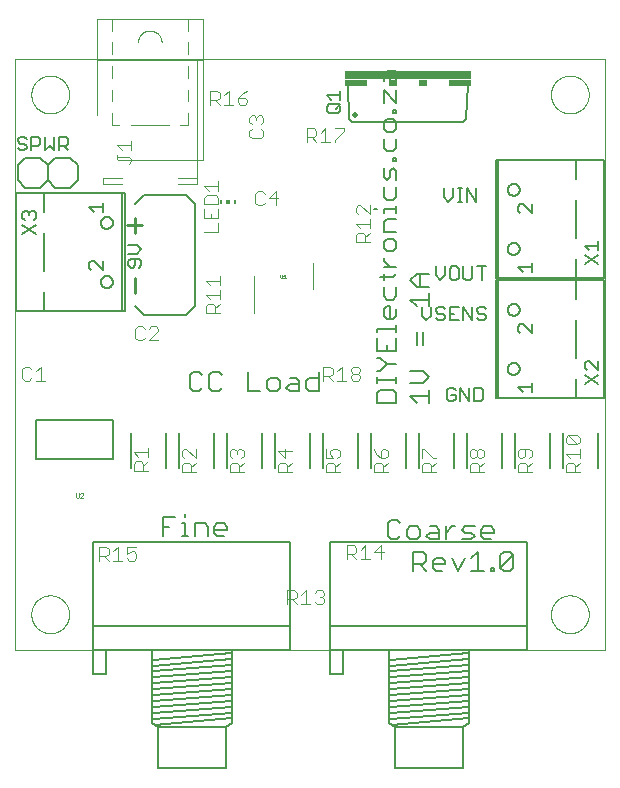
<source format=gto>
G75*
%MOIN*%
%OFA0B0*%
%FSLAX25Y25*%
%IPPOS*%
%LPD*%
%AMOC8*
5,1,8,0,0,1.08239X$1,22.5*
%
%ADD10C,0.00000*%
%ADD11C,0.00600*%
%ADD12C,0.00400*%
%ADD13C,0.01000*%
%ADD14C,0.00800*%
%ADD15C,0.00394*%
%ADD16R,0.00591X0.01181*%
%ADD17R,0.01181X0.01181*%
%ADD18C,0.00500*%
%ADD19C,0.00100*%
%ADD20C,0.02000*%
%ADD21R,0.42000X0.03000*%
%ADD22R,0.07500X0.02000*%
%ADD23R,0.03000X0.02000*%
%ADD24R,0.05906X0.00394*%
%ADD25R,0.07087X0.00394*%
%ADD26R,0.06693X0.00394*%
%ADD27R,0.06299X0.00394*%
%ADD28R,0.05512X0.00394*%
%ADD29R,0.05118X0.00394*%
%ADD30R,0.04331X0.00394*%
%ADD31R,0.01575X0.00394*%
%ADD32R,0.08661X0.00394*%
%ADD33R,0.12992X0.00394*%
%ADD34R,0.14961X0.00394*%
%ADD35R,0.01181X0.00394*%
%ADD36R,0.13780X0.00394*%
%ADD37R,0.14173X0.00394*%
%ADD38R,0.14567X0.00394*%
%ADD39R,0.13386X0.00394*%
%ADD40R,0.12205X0.00394*%
%ADD41R,0.11417X0.00394*%
%ADD42R,0.10630X0.00394*%
%ADD43R,0.09843X0.00394*%
%ADD44R,0.09055X0.00394*%
%ADD45R,0.01969X0.00394*%
%ADD46R,0.07480X0.00394*%
%ADD47R,0.04724X0.00394*%
D10*
X0002300Y0040837D02*
X0199150Y0040837D01*
X0199150Y0237687D01*
X0002300Y0237687D01*
X0002300Y0040837D01*
X0007812Y0052648D02*
X0007814Y0052806D01*
X0007820Y0052964D01*
X0007830Y0053122D01*
X0007844Y0053280D01*
X0007862Y0053437D01*
X0007883Y0053594D01*
X0007909Y0053750D01*
X0007939Y0053906D01*
X0007972Y0054061D01*
X0008010Y0054214D01*
X0008051Y0054367D01*
X0008096Y0054519D01*
X0008145Y0054670D01*
X0008198Y0054819D01*
X0008254Y0054967D01*
X0008314Y0055113D01*
X0008378Y0055258D01*
X0008446Y0055401D01*
X0008517Y0055543D01*
X0008591Y0055683D01*
X0008669Y0055820D01*
X0008751Y0055956D01*
X0008835Y0056090D01*
X0008924Y0056221D01*
X0009015Y0056350D01*
X0009110Y0056477D01*
X0009207Y0056602D01*
X0009308Y0056724D01*
X0009412Y0056843D01*
X0009519Y0056960D01*
X0009629Y0057074D01*
X0009742Y0057185D01*
X0009857Y0057294D01*
X0009975Y0057399D01*
X0010096Y0057501D01*
X0010219Y0057601D01*
X0010345Y0057697D01*
X0010473Y0057790D01*
X0010603Y0057880D01*
X0010736Y0057966D01*
X0010871Y0058050D01*
X0011007Y0058129D01*
X0011146Y0058206D01*
X0011287Y0058278D01*
X0011429Y0058348D01*
X0011573Y0058413D01*
X0011719Y0058475D01*
X0011866Y0058533D01*
X0012015Y0058588D01*
X0012165Y0058639D01*
X0012316Y0058686D01*
X0012468Y0058729D01*
X0012621Y0058768D01*
X0012776Y0058804D01*
X0012931Y0058835D01*
X0013087Y0058863D01*
X0013243Y0058887D01*
X0013400Y0058907D01*
X0013558Y0058923D01*
X0013715Y0058935D01*
X0013874Y0058943D01*
X0014032Y0058947D01*
X0014190Y0058947D01*
X0014348Y0058943D01*
X0014507Y0058935D01*
X0014664Y0058923D01*
X0014822Y0058907D01*
X0014979Y0058887D01*
X0015135Y0058863D01*
X0015291Y0058835D01*
X0015446Y0058804D01*
X0015601Y0058768D01*
X0015754Y0058729D01*
X0015906Y0058686D01*
X0016057Y0058639D01*
X0016207Y0058588D01*
X0016356Y0058533D01*
X0016503Y0058475D01*
X0016649Y0058413D01*
X0016793Y0058348D01*
X0016935Y0058278D01*
X0017076Y0058206D01*
X0017215Y0058129D01*
X0017351Y0058050D01*
X0017486Y0057966D01*
X0017619Y0057880D01*
X0017749Y0057790D01*
X0017877Y0057697D01*
X0018003Y0057601D01*
X0018126Y0057501D01*
X0018247Y0057399D01*
X0018365Y0057294D01*
X0018480Y0057185D01*
X0018593Y0057074D01*
X0018703Y0056960D01*
X0018810Y0056843D01*
X0018914Y0056724D01*
X0019015Y0056602D01*
X0019112Y0056477D01*
X0019207Y0056350D01*
X0019298Y0056221D01*
X0019387Y0056090D01*
X0019471Y0055956D01*
X0019553Y0055820D01*
X0019631Y0055683D01*
X0019705Y0055543D01*
X0019776Y0055401D01*
X0019844Y0055258D01*
X0019908Y0055113D01*
X0019968Y0054967D01*
X0020024Y0054819D01*
X0020077Y0054670D01*
X0020126Y0054519D01*
X0020171Y0054367D01*
X0020212Y0054214D01*
X0020250Y0054061D01*
X0020283Y0053906D01*
X0020313Y0053750D01*
X0020339Y0053594D01*
X0020360Y0053437D01*
X0020378Y0053280D01*
X0020392Y0053122D01*
X0020402Y0052964D01*
X0020408Y0052806D01*
X0020410Y0052648D01*
X0020408Y0052490D01*
X0020402Y0052332D01*
X0020392Y0052174D01*
X0020378Y0052016D01*
X0020360Y0051859D01*
X0020339Y0051702D01*
X0020313Y0051546D01*
X0020283Y0051390D01*
X0020250Y0051235D01*
X0020212Y0051082D01*
X0020171Y0050929D01*
X0020126Y0050777D01*
X0020077Y0050626D01*
X0020024Y0050477D01*
X0019968Y0050329D01*
X0019908Y0050183D01*
X0019844Y0050038D01*
X0019776Y0049895D01*
X0019705Y0049753D01*
X0019631Y0049613D01*
X0019553Y0049476D01*
X0019471Y0049340D01*
X0019387Y0049206D01*
X0019298Y0049075D01*
X0019207Y0048946D01*
X0019112Y0048819D01*
X0019015Y0048694D01*
X0018914Y0048572D01*
X0018810Y0048453D01*
X0018703Y0048336D01*
X0018593Y0048222D01*
X0018480Y0048111D01*
X0018365Y0048002D01*
X0018247Y0047897D01*
X0018126Y0047795D01*
X0018003Y0047695D01*
X0017877Y0047599D01*
X0017749Y0047506D01*
X0017619Y0047416D01*
X0017486Y0047330D01*
X0017351Y0047246D01*
X0017215Y0047167D01*
X0017076Y0047090D01*
X0016935Y0047018D01*
X0016793Y0046948D01*
X0016649Y0046883D01*
X0016503Y0046821D01*
X0016356Y0046763D01*
X0016207Y0046708D01*
X0016057Y0046657D01*
X0015906Y0046610D01*
X0015754Y0046567D01*
X0015601Y0046528D01*
X0015446Y0046492D01*
X0015291Y0046461D01*
X0015135Y0046433D01*
X0014979Y0046409D01*
X0014822Y0046389D01*
X0014664Y0046373D01*
X0014507Y0046361D01*
X0014348Y0046353D01*
X0014190Y0046349D01*
X0014032Y0046349D01*
X0013874Y0046353D01*
X0013715Y0046361D01*
X0013558Y0046373D01*
X0013400Y0046389D01*
X0013243Y0046409D01*
X0013087Y0046433D01*
X0012931Y0046461D01*
X0012776Y0046492D01*
X0012621Y0046528D01*
X0012468Y0046567D01*
X0012316Y0046610D01*
X0012165Y0046657D01*
X0012015Y0046708D01*
X0011866Y0046763D01*
X0011719Y0046821D01*
X0011573Y0046883D01*
X0011429Y0046948D01*
X0011287Y0047018D01*
X0011146Y0047090D01*
X0011007Y0047167D01*
X0010871Y0047246D01*
X0010736Y0047330D01*
X0010603Y0047416D01*
X0010473Y0047506D01*
X0010345Y0047599D01*
X0010219Y0047695D01*
X0010096Y0047795D01*
X0009975Y0047897D01*
X0009857Y0048002D01*
X0009742Y0048111D01*
X0009629Y0048222D01*
X0009519Y0048336D01*
X0009412Y0048453D01*
X0009308Y0048572D01*
X0009207Y0048694D01*
X0009110Y0048819D01*
X0009015Y0048946D01*
X0008924Y0049075D01*
X0008835Y0049206D01*
X0008751Y0049340D01*
X0008669Y0049476D01*
X0008591Y0049613D01*
X0008517Y0049753D01*
X0008446Y0049895D01*
X0008378Y0050038D01*
X0008314Y0050183D01*
X0008254Y0050329D01*
X0008198Y0050477D01*
X0008145Y0050626D01*
X0008096Y0050777D01*
X0008051Y0050929D01*
X0008010Y0051082D01*
X0007972Y0051235D01*
X0007939Y0051390D01*
X0007909Y0051546D01*
X0007883Y0051702D01*
X0007862Y0051859D01*
X0007844Y0052016D01*
X0007830Y0052174D01*
X0007820Y0052332D01*
X0007814Y0052490D01*
X0007812Y0052648D01*
X0007812Y0225876D02*
X0007814Y0226034D01*
X0007820Y0226192D01*
X0007830Y0226350D01*
X0007844Y0226508D01*
X0007862Y0226665D01*
X0007883Y0226822D01*
X0007909Y0226978D01*
X0007939Y0227134D01*
X0007972Y0227289D01*
X0008010Y0227442D01*
X0008051Y0227595D01*
X0008096Y0227747D01*
X0008145Y0227898D01*
X0008198Y0228047D01*
X0008254Y0228195D01*
X0008314Y0228341D01*
X0008378Y0228486D01*
X0008446Y0228629D01*
X0008517Y0228771D01*
X0008591Y0228911D01*
X0008669Y0229048D01*
X0008751Y0229184D01*
X0008835Y0229318D01*
X0008924Y0229449D01*
X0009015Y0229578D01*
X0009110Y0229705D01*
X0009207Y0229830D01*
X0009308Y0229952D01*
X0009412Y0230071D01*
X0009519Y0230188D01*
X0009629Y0230302D01*
X0009742Y0230413D01*
X0009857Y0230522D01*
X0009975Y0230627D01*
X0010096Y0230729D01*
X0010219Y0230829D01*
X0010345Y0230925D01*
X0010473Y0231018D01*
X0010603Y0231108D01*
X0010736Y0231194D01*
X0010871Y0231278D01*
X0011007Y0231357D01*
X0011146Y0231434D01*
X0011287Y0231506D01*
X0011429Y0231576D01*
X0011573Y0231641D01*
X0011719Y0231703D01*
X0011866Y0231761D01*
X0012015Y0231816D01*
X0012165Y0231867D01*
X0012316Y0231914D01*
X0012468Y0231957D01*
X0012621Y0231996D01*
X0012776Y0232032D01*
X0012931Y0232063D01*
X0013087Y0232091D01*
X0013243Y0232115D01*
X0013400Y0232135D01*
X0013558Y0232151D01*
X0013715Y0232163D01*
X0013874Y0232171D01*
X0014032Y0232175D01*
X0014190Y0232175D01*
X0014348Y0232171D01*
X0014507Y0232163D01*
X0014664Y0232151D01*
X0014822Y0232135D01*
X0014979Y0232115D01*
X0015135Y0232091D01*
X0015291Y0232063D01*
X0015446Y0232032D01*
X0015601Y0231996D01*
X0015754Y0231957D01*
X0015906Y0231914D01*
X0016057Y0231867D01*
X0016207Y0231816D01*
X0016356Y0231761D01*
X0016503Y0231703D01*
X0016649Y0231641D01*
X0016793Y0231576D01*
X0016935Y0231506D01*
X0017076Y0231434D01*
X0017215Y0231357D01*
X0017351Y0231278D01*
X0017486Y0231194D01*
X0017619Y0231108D01*
X0017749Y0231018D01*
X0017877Y0230925D01*
X0018003Y0230829D01*
X0018126Y0230729D01*
X0018247Y0230627D01*
X0018365Y0230522D01*
X0018480Y0230413D01*
X0018593Y0230302D01*
X0018703Y0230188D01*
X0018810Y0230071D01*
X0018914Y0229952D01*
X0019015Y0229830D01*
X0019112Y0229705D01*
X0019207Y0229578D01*
X0019298Y0229449D01*
X0019387Y0229318D01*
X0019471Y0229184D01*
X0019553Y0229048D01*
X0019631Y0228911D01*
X0019705Y0228771D01*
X0019776Y0228629D01*
X0019844Y0228486D01*
X0019908Y0228341D01*
X0019968Y0228195D01*
X0020024Y0228047D01*
X0020077Y0227898D01*
X0020126Y0227747D01*
X0020171Y0227595D01*
X0020212Y0227442D01*
X0020250Y0227289D01*
X0020283Y0227134D01*
X0020313Y0226978D01*
X0020339Y0226822D01*
X0020360Y0226665D01*
X0020378Y0226508D01*
X0020392Y0226350D01*
X0020402Y0226192D01*
X0020408Y0226034D01*
X0020410Y0225876D01*
X0020408Y0225718D01*
X0020402Y0225560D01*
X0020392Y0225402D01*
X0020378Y0225244D01*
X0020360Y0225087D01*
X0020339Y0224930D01*
X0020313Y0224774D01*
X0020283Y0224618D01*
X0020250Y0224463D01*
X0020212Y0224310D01*
X0020171Y0224157D01*
X0020126Y0224005D01*
X0020077Y0223854D01*
X0020024Y0223705D01*
X0019968Y0223557D01*
X0019908Y0223411D01*
X0019844Y0223266D01*
X0019776Y0223123D01*
X0019705Y0222981D01*
X0019631Y0222841D01*
X0019553Y0222704D01*
X0019471Y0222568D01*
X0019387Y0222434D01*
X0019298Y0222303D01*
X0019207Y0222174D01*
X0019112Y0222047D01*
X0019015Y0221922D01*
X0018914Y0221800D01*
X0018810Y0221681D01*
X0018703Y0221564D01*
X0018593Y0221450D01*
X0018480Y0221339D01*
X0018365Y0221230D01*
X0018247Y0221125D01*
X0018126Y0221023D01*
X0018003Y0220923D01*
X0017877Y0220827D01*
X0017749Y0220734D01*
X0017619Y0220644D01*
X0017486Y0220558D01*
X0017351Y0220474D01*
X0017215Y0220395D01*
X0017076Y0220318D01*
X0016935Y0220246D01*
X0016793Y0220176D01*
X0016649Y0220111D01*
X0016503Y0220049D01*
X0016356Y0219991D01*
X0016207Y0219936D01*
X0016057Y0219885D01*
X0015906Y0219838D01*
X0015754Y0219795D01*
X0015601Y0219756D01*
X0015446Y0219720D01*
X0015291Y0219689D01*
X0015135Y0219661D01*
X0014979Y0219637D01*
X0014822Y0219617D01*
X0014664Y0219601D01*
X0014507Y0219589D01*
X0014348Y0219581D01*
X0014190Y0219577D01*
X0014032Y0219577D01*
X0013874Y0219581D01*
X0013715Y0219589D01*
X0013558Y0219601D01*
X0013400Y0219617D01*
X0013243Y0219637D01*
X0013087Y0219661D01*
X0012931Y0219689D01*
X0012776Y0219720D01*
X0012621Y0219756D01*
X0012468Y0219795D01*
X0012316Y0219838D01*
X0012165Y0219885D01*
X0012015Y0219936D01*
X0011866Y0219991D01*
X0011719Y0220049D01*
X0011573Y0220111D01*
X0011429Y0220176D01*
X0011287Y0220246D01*
X0011146Y0220318D01*
X0011007Y0220395D01*
X0010871Y0220474D01*
X0010736Y0220558D01*
X0010603Y0220644D01*
X0010473Y0220734D01*
X0010345Y0220827D01*
X0010219Y0220923D01*
X0010096Y0221023D01*
X0009975Y0221125D01*
X0009857Y0221230D01*
X0009742Y0221339D01*
X0009629Y0221450D01*
X0009519Y0221564D01*
X0009412Y0221681D01*
X0009308Y0221800D01*
X0009207Y0221922D01*
X0009110Y0222047D01*
X0009015Y0222174D01*
X0008924Y0222303D01*
X0008835Y0222434D01*
X0008751Y0222568D01*
X0008669Y0222704D01*
X0008591Y0222841D01*
X0008517Y0222981D01*
X0008446Y0223123D01*
X0008378Y0223266D01*
X0008314Y0223411D01*
X0008254Y0223557D01*
X0008198Y0223705D01*
X0008145Y0223854D01*
X0008096Y0224005D01*
X0008051Y0224157D01*
X0008010Y0224310D01*
X0007972Y0224463D01*
X0007939Y0224618D01*
X0007909Y0224774D01*
X0007883Y0224930D01*
X0007862Y0225087D01*
X0007844Y0225244D01*
X0007830Y0225402D01*
X0007820Y0225560D01*
X0007814Y0225718D01*
X0007812Y0225876D01*
X0181040Y0225876D02*
X0181042Y0226034D01*
X0181048Y0226192D01*
X0181058Y0226350D01*
X0181072Y0226508D01*
X0181090Y0226665D01*
X0181111Y0226822D01*
X0181137Y0226978D01*
X0181167Y0227134D01*
X0181200Y0227289D01*
X0181238Y0227442D01*
X0181279Y0227595D01*
X0181324Y0227747D01*
X0181373Y0227898D01*
X0181426Y0228047D01*
X0181482Y0228195D01*
X0181542Y0228341D01*
X0181606Y0228486D01*
X0181674Y0228629D01*
X0181745Y0228771D01*
X0181819Y0228911D01*
X0181897Y0229048D01*
X0181979Y0229184D01*
X0182063Y0229318D01*
X0182152Y0229449D01*
X0182243Y0229578D01*
X0182338Y0229705D01*
X0182435Y0229830D01*
X0182536Y0229952D01*
X0182640Y0230071D01*
X0182747Y0230188D01*
X0182857Y0230302D01*
X0182970Y0230413D01*
X0183085Y0230522D01*
X0183203Y0230627D01*
X0183324Y0230729D01*
X0183447Y0230829D01*
X0183573Y0230925D01*
X0183701Y0231018D01*
X0183831Y0231108D01*
X0183964Y0231194D01*
X0184099Y0231278D01*
X0184235Y0231357D01*
X0184374Y0231434D01*
X0184515Y0231506D01*
X0184657Y0231576D01*
X0184801Y0231641D01*
X0184947Y0231703D01*
X0185094Y0231761D01*
X0185243Y0231816D01*
X0185393Y0231867D01*
X0185544Y0231914D01*
X0185696Y0231957D01*
X0185849Y0231996D01*
X0186004Y0232032D01*
X0186159Y0232063D01*
X0186315Y0232091D01*
X0186471Y0232115D01*
X0186628Y0232135D01*
X0186786Y0232151D01*
X0186943Y0232163D01*
X0187102Y0232171D01*
X0187260Y0232175D01*
X0187418Y0232175D01*
X0187576Y0232171D01*
X0187735Y0232163D01*
X0187892Y0232151D01*
X0188050Y0232135D01*
X0188207Y0232115D01*
X0188363Y0232091D01*
X0188519Y0232063D01*
X0188674Y0232032D01*
X0188829Y0231996D01*
X0188982Y0231957D01*
X0189134Y0231914D01*
X0189285Y0231867D01*
X0189435Y0231816D01*
X0189584Y0231761D01*
X0189731Y0231703D01*
X0189877Y0231641D01*
X0190021Y0231576D01*
X0190163Y0231506D01*
X0190304Y0231434D01*
X0190443Y0231357D01*
X0190579Y0231278D01*
X0190714Y0231194D01*
X0190847Y0231108D01*
X0190977Y0231018D01*
X0191105Y0230925D01*
X0191231Y0230829D01*
X0191354Y0230729D01*
X0191475Y0230627D01*
X0191593Y0230522D01*
X0191708Y0230413D01*
X0191821Y0230302D01*
X0191931Y0230188D01*
X0192038Y0230071D01*
X0192142Y0229952D01*
X0192243Y0229830D01*
X0192340Y0229705D01*
X0192435Y0229578D01*
X0192526Y0229449D01*
X0192615Y0229318D01*
X0192699Y0229184D01*
X0192781Y0229048D01*
X0192859Y0228911D01*
X0192933Y0228771D01*
X0193004Y0228629D01*
X0193072Y0228486D01*
X0193136Y0228341D01*
X0193196Y0228195D01*
X0193252Y0228047D01*
X0193305Y0227898D01*
X0193354Y0227747D01*
X0193399Y0227595D01*
X0193440Y0227442D01*
X0193478Y0227289D01*
X0193511Y0227134D01*
X0193541Y0226978D01*
X0193567Y0226822D01*
X0193588Y0226665D01*
X0193606Y0226508D01*
X0193620Y0226350D01*
X0193630Y0226192D01*
X0193636Y0226034D01*
X0193638Y0225876D01*
X0193636Y0225718D01*
X0193630Y0225560D01*
X0193620Y0225402D01*
X0193606Y0225244D01*
X0193588Y0225087D01*
X0193567Y0224930D01*
X0193541Y0224774D01*
X0193511Y0224618D01*
X0193478Y0224463D01*
X0193440Y0224310D01*
X0193399Y0224157D01*
X0193354Y0224005D01*
X0193305Y0223854D01*
X0193252Y0223705D01*
X0193196Y0223557D01*
X0193136Y0223411D01*
X0193072Y0223266D01*
X0193004Y0223123D01*
X0192933Y0222981D01*
X0192859Y0222841D01*
X0192781Y0222704D01*
X0192699Y0222568D01*
X0192615Y0222434D01*
X0192526Y0222303D01*
X0192435Y0222174D01*
X0192340Y0222047D01*
X0192243Y0221922D01*
X0192142Y0221800D01*
X0192038Y0221681D01*
X0191931Y0221564D01*
X0191821Y0221450D01*
X0191708Y0221339D01*
X0191593Y0221230D01*
X0191475Y0221125D01*
X0191354Y0221023D01*
X0191231Y0220923D01*
X0191105Y0220827D01*
X0190977Y0220734D01*
X0190847Y0220644D01*
X0190714Y0220558D01*
X0190579Y0220474D01*
X0190443Y0220395D01*
X0190304Y0220318D01*
X0190163Y0220246D01*
X0190021Y0220176D01*
X0189877Y0220111D01*
X0189731Y0220049D01*
X0189584Y0219991D01*
X0189435Y0219936D01*
X0189285Y0219885D01*
X0189134Y0219838D01*
X0188982Y0219795D01*
X0188829Y0219756D01*
X0188674Y0219720D01*
X0188519Y0219689D01*
X0188363Y0219661D01*
X0188207Y0219637D01*
X0188050Y0219617D01*
X0187892Y0219601D01*
X0187735Y0219589D01*
X0187576Y0219581D01*
X0187418Y0219577D01*
X0187260Y0219577D01*
X0187102Y0219581D01*
X0186943Y0219589D01*
X0186786Y0219601D01*
X0186628Y0219617D01*
X0186471Y0219637D01*
X0186315Y0219661D01*
X0186159Y0219689D01*
X0186004Y0219720D01*
X0185849Y0219756D01*
X0185696Y0219795D01*
X0185544Y0219838D01*
X0185393Y0219885D01*
X0185243Y0219936D01*
X0185094Y0219991D01*
X0184947Y0220049D01*
X0184801Y0220111D01*
X0184657Y0220176D01*
X0184515Y0220246D01*
X0184374Y0220318D01*
X0184235Y0220395D01*
X0184099Y0220474D01*
X0183964Y0220558D01*
X0183831Y0220644D01*
X0183701Y0220734D01*
X0183573Y0220827D01*
X0183447Y0220923D01*
X0183324Y0221023D01*
X0183203Y0221125D01*
X0183085Y0221230D01*
X0182970Y0221339D01*
X0182857Y0221450D01*
X0182747Y0221564D01*
X0182640Y0221681D01*
X0182536Y0221800D01*
X0182435Y0221922D01*
X0182338Y0222047D01*
X0182243Y0222174D01*
X0182152Y0222303D01*
X0182063Y0222434D01*
X0181979Y0222568D01*
X0181897Y0222704D01*
X0181819Y0222841D01*
X0181745Y0222981D01*
X0181674Y0223123D01*
X0181606Y0223266D01*
X0181542Y0223411D01*
X0181482Y0223557D01*
X0181426Y0223705D01*
X0181373Y0223854D01*
X0181324Y0224005D01*
X0181279Y0224157D01*
X0181238Y0224310D01*
X0181200Y0224463D01*
X0181167Y0224618D01*
X0181137Y0224774D01*
X0181111Y0224930D01*
X0181090Y0225087D01*
X0181072Y0225244D01*
X0181058Y0225402D01*
X0181048Y0225560D01*
X0181042Y0225718D01*
X0181040Y0225876D01*
X0181040Y0052648D02*
X0181042Y0052806D01*
X0181048Y0052964D01*
X0181058Y0053122D01*
X0181072Y0053280D01*
X0181090Y0053437D01*
X0181111Y0053594D01*
X0181137Y0053750D01*
X0181167Y0053906D01*
X0181200Y0054061D01*
X0181238Y0054214D01*
X0181279Y0054367D01*
X0181324Y0054519D01*
X0181373Y0054670D01*
X0181426Y0054819D01*
X0181482Y0054967D01*
X0181542Y0055113D01*
X0181606Y0055258D01*
X0181674Y0055401D01*
X0181745Y0055543D01*
X0181819Y0055683D01*
X0181897Y0055820D01*
X0181979Y0055956D01*
X0182063Y0056090D01*
X0182152Y0056221D01*
X0182243Y0056350D01*
X0182338Y0056477D01*
X0182435Y0056602D01*
X0182536Y0056724D01*
X0182640Y0056843D01*
X0182747Y0056960D01*
X0182857Y0057074D01*
X0182970Y0057185D01*
X0183085Y0057294D01*
X0183203Y0057399D01*
X0183324Y0057501D01*
X0183447Y0057601D01*
X0183573Y0057697D01*
X0183701Y0057790D01*
X0183831Y0057880D01*
X0183964Y0057966D01*
X0184099Y0058050D01*
X0184235Y0058129D01*
X0184374Y0058206D01*
X0184515Y0058278D01*
X0184657Y0058348D01*
X0184801Y0058413D01*
X0184947Y0058475D01*
X0185094Y0058533D01*
X0185243Y0058588D01*
X0185393Y0058639D01*
X0185544Y0058686D01*
X0185696Y0058729D01*
X0185849Y0058768D01*
X0186004Y0058804D01*
X0186159Y0058835D01*
X0186315Y0058863D01*
X0186471Y0058887D01*
X0186628Y0058907D01*
X0186786Y0058923D01*
X0186943Y0058935D01*
X0187102Y0058943D01*
X0187260Y0058947D01*
X0187418Y0058947D01*
X0187576Y0058943D01*
X0187735Y0058935D01*
X0187892Y0058923D01*
X0188050Y0058907D01*
X0188207Y0058887D01*
X0188363Y0058863D01*
X0188519Y0058835D01*
X0188674Y0058804D01*
X0188829Y0058768D01*
X0188982Y0058729D01*
X0189134Y0058686D01*
X0189285Y0058639D01*
X0189435Y0058588D01*
X0189584Y0058533D01*
X0189731Y0058475D01*
X0189877Y0058413D01*
X0190021Y0058348D01*
X0190163Y0058278D01*
X0190304Y0058206D01*
X0190443Y0058129D01*
X0190579Y0058050D01*
X0190714Y0057966D01*
X0190847Y0057880D01*
X0190977Y0057790D01*
X0191105Y0057697D01*
X0191231Y0057601D01*
X0191354Y0057501D01*
X0191475Y0057399D01*
X0191593Y0057294D01*
X0191708Y0057185D01*
X0191821Y0057074D01*
X0191931Y0056960D01*
X0192038Y0056843D01*
X0192142Y0056724D01*
X0192243Y0056602D01*
X0192340Y0056477D01*
X0192435Y0056350D01*
X0192526Y0056221D01*
X0192615Y0056090D01*
X0192699Y0055956D01*
X0192781Y0055820D01*
X0192859Y0055683D01*
X0192933Y0055543D01*
X0193004Y0055401D01*
X0193072Y0055258D01*
X0193136Y0055113D01*
X0193196Y0054967D01*
X0193252Y0054819D01*
X0193305Y0054670D01*
X0193354Y0054519D01*
X0193399Y0054367D01*
X0193440Y0054214D01*
X0193478Y0054061D01*
X0193511Y0053906D01*
X0193541Y0053750D01*
X0193567Y0053594D01*
X0193588Y0053437D01*
X0193606Y0053280D01*
X0193620Y0053122D01*
X0193630Y0052964D01*
X0193636Y0052806D01*
X0193638Y0052648D01*
X0193636Y0052490D01*
X0193630Y0052332D01*
X0193620Y0052174D01*
X0193606Y0052016D01*
X0193588Y0051859D01*
X0193567Y0051702D01*
X0193541Y0051546D01*
X0193511Y0051390D01*
X0193478Y0051235D01*
X0193440Y0051082D01*
X0193399Y0050929D01*
X0193354Y0050777D01*
X0193305Y0050626D01*
X0193252Y0050477D01*
X0193196Y0050329D01*
X0193136Y0050183D01*
X0193072Y0050038D01*
X0193004Y0049895D01*
X0192933Y0049753D01*
X0192859Y0049613D01*
X0192781Y0049476D01*
X0192699Y0049340D01*
X0192615Y0049206D01*
X0192526Y0049075D01*
X0192435Y0048946D01*
X0192340Y0048819D01*
X0192243Y0048694D01*
X0192142Y0048572D01*
X0192038Y0048453D01*
X0191931Y0048336D01*
X0191821Y0048222D01*
X0191708Y0048111D01*
X0191593Y0048002D01*
X0191475Y0047897D01*
X0191354Y0047795D01*
X0191231Y0047695D01*
X0191105Y0047599D01*
X0190977Y0047506D01*
X0190847Y0047416D01*
X0190714Y0047330D01*
X0190579Y0047246D01*
X0190443Y0047167D01*
X0190304Y0047090D01*
X0190163Y0047018D01*
X0190021Y0046948D01*
X0189877Y0046883D01*
X0189731Y0046821D01*
X0189584Y0046763D01*
X0189435Y0046708D01*
X0189285Y0046657D01*
X0189134Y0046610D01*
X0188982Y0046567D01*
X0188829Y0046528D01*
X0188674Y0046492D01*
X0188519Y0046461D01*
X0188363Y0046433D01*
X0188207Y0046409D01*
X0188050Y0046389D01*
X0187892Y0046373D01*
X0187735Y0046361D01*
X0187576Y0046353D01*
X0187418Y0046349D01*
X0187260Y0046349D01*
X0187102Y0046353D01*
X0186943Y0046361D01*
X0186786Y0046373D01*
X0186628Y0046389D01*
X0186471Y0046409D01*
X0186315Y0046433D01*
X0186159Y0046461D01*
X0186004Y0046492D01*
X0185849Y0046528D01*
X0185696Y0046567D01*
X0185544Y0046610D01*
X0185393Y0046657D01*
X0185243Y0046708D01*
X0185094Y0046763D01*
X0184947Y0046821D01*
X0184801Y0046883D01*
X0184657Y0046948D01*
X0184515Y0047018D01*
X0184374Y0047090D01*
X0184235Y0047167D01*
X0184099Y0047246D01*
X0183964Y0047330D01*
X0183831Y0047416D01*
X0183701Y0047506D01*
X0183573Y0047599D01*
X0183447Y0047695D01*
X0183324Y0047795D01*
X0183203Y0047897D01*
X0183085Y0048002D01*
X0182970Y0048111D01*
X0182857Y0048222D01*
X0182747Y0048336D01*
X0182640Y0048453D01*
X0182536Y0048572D01*
X0182435Y0048694D01*
X0182338Y0048819D01*
X0182243Y0048946D01*
X0182152Y0049075D01*
X0182063Y0049206D01*
X0181979Y0049340D01*
X0181897Y0049476D01*
X0181819Y0049613D01*
X0181745Y0049753D01*
X0181674Y0049895D01*
X0181606Y0050038D01*
X0181542Y0050183D01*
X0181482Y0050329D01*
X0181426Y0050477D01*
X0181373Y0050626D01*
X0181324Y0050777D01*
X0181279Y0050929D01*
X0181238Y0051082D01*
X0181200Y0051235D01*
X0181167Y0051390D01*
X0181137Y0051546D01*
X0181111Y0051702D01*
X0181090Y0051859D01*
X0181072Y0052016D01*
X0181058Y0052174D01*
X0181048Y0052332D01*
X0181042Y0052490D01*
X0181040Y0052648D01*
D11*
X0167357Y0067137D02*
X0165222Y0067137D01*
X0164154Y0068205D01*
X0168425Y0072475D01*
X0168425Y0068205D01*
X0167357Y0067137D01*
X0164154Y0068205D02*
X0164154Y0072475D01*
X0165222Y0073542D01*
X0167357Y0073542D01*
X0168425Y0072475D01*
X0161999Y0068205D02*
X0161999Y0067137D01*
X0160932Y0067137D01*
X0160932Y0068205D01*
X0161999Y0068205D01*
X0158757Y0067137D02*
X0154486Y0067137D01*
X0156621Y0067137D02*
X0156621Y0073542D01*
X0154486Y0071407D01*
X0152311Y0071407D02*
X0150176Y0067137D01*
X0148041Y0071407D01*
X0145866Y0070340D02*
X0145866Y0069272D01*
X0141595Y0069272D01*
X0141595Y0068205D02*
X0141595Y0070340D01*
X0142663Y0071407D01*
X0144798Y0071407D01*
X0145866Y0070340D01*
X0144798Y0067137D02*
X0142663Y0067137D01*
X0141595Y0068205D01*
X0139420Y0067137D02*
X0137285Y0069272D01*
X0138352Y0069272D02*
X0135150Y0069272D01*
X0135150Y0067137D02*
X0135150Y0073542D01*
X0138352Y0073542D01*
X0139420Y0072475D01*
X0139420Y0070340D01*
X0138352Y0069272D01*
X0136248Y0077637D02*
X0134113Y0077637D01*
X0133045Y0078705D01*
X0133045Y0080840D01*
X0134113Y0081907D01*
X0136248Y0081907D01*
X0137316Y0080840D01*
X0137316Y0078705D01*
X0136248Y0077637D01*
X0139491Y0078705D02*
X0140559Y0077637D01*
X0143761Y0077637D01*
X0143761Y0080840D01*
X0142694Y0081907D01*
X0140559Y0081907D01*
X0140559Y0079772D02*
X0143761Y0079772D01*
X0145936Y0079772D02*
X0148072Y0081907D01*
X0149139Y0081907D01*
X0151308Y0080840D02*
X0152375Y0079772D01*
X0154510Y0079772D01*
X0155578Y0078705D01*
X0154510Y0077637D01*
X0151308Y0077637D01*
X0151308Y0080840D02*
X0152375Y0081907D01*
X0155578Y0081907D01*
X0157753Y0080840D02*
X0157753Y0078705D01*
X0158821Y0077637D01*
X0160956Y0077637D01*
X0162024Y0079772D02*
X0157753Y0079772D01*
X0157753Y0080840D02*
X0158821Y0081907D01*
X0160956Y0081907D01*
X0162024Y0080840D01*
X0162024Y0079772D01*
X0145936Y0077637D02*
X0145936Y0081907D01*
X0140559Y0079772D02*
X0139491Y0078705D01*
X0130870Y0078705D02*
X0129803Y0077637D01*
X0127668Y0077637D01*
X0126600Y0078705D01*
X0126600Y0082975D01*
X0127668Y0084042D01*
X0129803Y0084042D01*
X0130870Y0082975D01*
X0132599Y0101538D02*
X0132599Y0113235D01*
X0137001Y0113235D02*
X0137001Y0101538D01*
X0148599Y0101538D02*
X0148599Y0113235D01*
X0153001Y0113235D02*
X0153001Y0101538D01*
X0164599Y0101538D02*
X0164599Y0113235D01*
X0169001Y0113235D02*
X0169001Y0101538D01*
X0180599Y0101538D02*
X0180599Y0113235D01*
X0185001Y0113235D02*
X0185001Y0101538D01*
X0196599Y0101538D02*
X0196599Y0113235D01*
X0198800Y0124695D02*
X0189398Y0124695D01*
X0163398Y0124695D01*
X0162599Y0124695D01*
X0162599Y0163994D01*
X0163398Y0163994D01*
X0189398Y0163994D01*
X0198800Y0163994D01*
X0198800Y0124695D01*
X0189398Y0124695D02*
X0189398Y0130994D01*
X0189398Y0137994D02*
X0189398Y0150695D01*
X0189398Y0157695D02*
X0189398Y0163994D01*
X0189398Y0164695D02*
X0163398Y0164695D01*
X0162599Y0164695D01*
X0162599Y0203994D01*
X0163398Y0203994D01*
X0189398Y0203994D01*
X0198800Y0203994D01*
X0198800Y0164695D01*
X0189398Y0164695D01*
X0189398Y0170994D01*
X0189398Y0177994D02*
X0189398Y0190695D01*
X0189398Y0197695D02*
X0189398Y0203994D01*
X0166600Y0194194D02*
X0166602Y0194283D01*
X0166608Y0194372D01*
X0166618Y0194461D01*
X0166632Y0194549D01*
X0166649Y0194636D01*
X0166671Y0194722D01*
X0166697Y0194808D01*
X0166726Y0194892D01*
X0166759Y0194975D01*
X0166795Y0195056D01*
X0166836Y0195136D01*
X0166879Y0195213D01*
X0166926Y0195289D01*
X0166977Y0195362D01*
X0167030Y0195433D01*
X0167087Y0195502D01*
X0167147Y0195568D01*
X0167210Y0195632D01*
X0167275Y0195692D01*
X0167343Y0195750D01*
X0167414Y0195804D01*
X0167487Y0195855D01*
X0167562Y0195903D01*
X0167639Y0195948D01*
X0167718Y0195989D01*
X0167799Y0196026D01*
X0167881Y0196060D01*
X0167965Y0196091D01*
X0168050Y0196117D01*
X0168136Y0196140D01*
X0168223Y0196158D01*
X0168311Y0196173D01*
X0168400Y0196184D01*
X0168489Y0196191D01*
X0168578Y0196194D01*
X0168667Y0196193D01*
X0168756Y0196188D01*
X0168844Y0196179D01*
X0168933Y0196166D01*
X0169020Y0196149D01*
X0169107Y0196129D01*
X0169193Y0196104D01*
X0169277Y0196076D01*
X0169360Y0196044D01*
X0169442Y0196008D01*
X0169522Y0195969D01*
X0169600Y0195926D01*
X0169676Y0195880D01*
X0169750Y0195830D01*
X0169822Y0195777D01*
X0169891Y0195721D01*
X0169958Y0195662D01*
X0170022Y0195600D01*
X0170083Y0195536D01*
X0170142Y0195468D01*
X0170197Y0195398D01*
X0170249Y0195326D01*
X0170298Y0195251D01*
X0170343Y0195175D01*
X0170385Y0195096D01*
X0170423Y0195016D01*
X0170458Y0194934D01*
X0170489Y0194850D01*
X0170517Y0194765D01*
X0170540Y0194679D01*
X0170560Y0194592D01*
X0170576Y0194505D01*
X0170588Y0194416D01*
X0170596Y0194328D01*
X0170600Y0194239D01*
X0170600Y0194149D01*
X0170596Y0194060D01*
X0170588Y0193972D01*
X0170576Y0193883D01*
X0170560Y0193796D01*
X0170540Y0193709D01*
X0170517Y0193623D01*
X0170489Y0193538D01*
X0170458Y0193454D01*
X0170423Y0193372D01*
X0170385Y0193292D01*
X0170343Y0193213D01*
X0170298Y0193137D01*
X0170249Y0193062D01*
X0170197Y0192990D01*
X0170142Y0192920D01*
X0170083Y0192852D01*
X0170022Y0192788D01*
X0169958Y0192726D01*
X0169891Y0192667D01*
X0169822Y0192611D01*
X0169750Y0192558D01*
X0169676Y0192508D01*
X0169600Y0192462D01*
X0169522Y0192419D01*
X0169442Y0192380D01*
X0169360Y0192344D01*
X0169277Y0192312D01*
X0169193Y0192284D01*
X0169107Y0192259D01*
X0169020Y0192239D01*
X0168933Y0192222D01*
X0168844Y0192209D01*
X0168756Y0192200D01*
X0168667Y0192195D01*
X0168578Y0192194D01*
X0168489Y0192197D01*
X0168400Y0192204D01*
X0168311Y0192215D01*
X0168223Y0192230D01*
X0168136Y0192248D01*
X0168050Y0192271D01*
X0167965Y0192297D01*
X0167881Y0192328D01*
X0167799Y0192362D01*
X0167718Y0192399D01*
X0167639Y0192440D01*
X0167562Y0192485D01*
X0167487Y0192533D01*
X0167414Y0192584D01*
X0167343Y0192638D01*
X0167275Y0192696D01*
X0167210Y0192756D01*
X0167147Y0192820D01*
X0167087Y0192886D01*
X0167030Y0192955D01*
X0166977Y0193026D01*
X0166926Y0193099D01*
X0166879Y0193175D01*
X0166836Y0193252D01*
X0166795Y0193332D01*
X0166759Y0193413D01*
X0166726Y0193496D01*
X0166697Y0193580D01*
X0166671Y0193666D01*
X0166649Y0193752D01*
X0166632Y0193839D01*
X0166618Y0193927D01*
X0166608Y0194016D01*
X0166602Y0194105D01*
X0166600Y0194194D01*
X0163398Y0203994D02*
X0163398Y0164695D01*
X0163398Y0163994D02*
X0163398Y0124695D01*
X0166600Y0134494D02*
X0166602Y0134583D01*
X0166608Y0134672D01*
X0166618Y0134761D01*
X0166632Y0134849D01*
X0166649Y0134936D01*
X0166671Y0135022D01*
X0166697Y0135108D01*
X0166726Y0135192D01*
X0166759Y0135275D01*
X0166795Y0135356D01*
X0166836Y0135436D01*
X0166879Y0135513D01*
X0166926Y0135589D01*
X0166977Y0135662D01*
X0167030Y0135733D01*
X0167087Y0135802D01*
X0167147Y0135868D01*
X0167210Y0135932D01*
X0167275Y0135992D01*
X0167343Y0136050D01*
X0167414Y0136104D01*
X0167487Y0136155D01*
X0167562Y0136203D01*
X0167639Y0136248D01*
X0167718Y0136289D01*
X0167799Y0136326D01*
X0167881Y0136360D01*
X0167965Y0136391D01*
X0168050Y0136417D01*
X0168136Y0136440D01*
X0168223Y0136458D01*
X0168311Y0136473D01*
X0168400Y0136484D01*
X0168489Y0136491D01*
X0168578Y0136494D01*
X0168667Y0136493D01*
X0168756Y0136488D01*
X0168844Y0136479D01*
X0168933Y0136466D01*
X0169020Y0136449D01*
X0169107Y0136429D01*
X0169193Y0136404D01*
X0169277Y0136376D01*
X0169360Y0136344D01*
X0169442Y0136308D01*
X0169522Y0136269D01*
X0169600Y0136226D01*
X0169676Y0136180D01*
X0169750Y0136130D01*
X0169822Y0136077D01*
X0169891Y0136021D01*
X0169958Y0135962D01*
X0170022Y0135900D01*
X0170083Y0135836D01*
X0170142Y0135768D01*
X0170197Y0135698D01*
X0170249Y0135626D01*
X0170298Y0135551D01*
X0170343Y0135475D01*
X0170385Y0135396D01*
X0170423Y0135316D01*
X0170458Y0135234D01*
X0170489Y0135150D01*
X0170517Y0135065D01*
X0170540Y0134979D01*
X0170560Y0134892D01*
X0170576Y0134805D01*
X0170588Y0134716D01*
X0170596Y0134628D01*
X0170600Y0134539D01*
X0170600Y0134449D01*
X0170596Y0134360D01*
X0170588Y0134272D01*
X0170576Y0134183D01*
X0170560Y0134096D01*
X0170540Y0134009D01*
X0170517Y0133923D01*
X0170489Y0133838D01*
X0170458Y0133754D01*
X0170423Y0133672D01*
X0170385Y0133592D01*
X0170343Y0133513D01*
X0170298Y0133437D01*
X0170249Y0133362D01*
X0170197Y0133290D01*
X0170142Y0133220D01*
X0170083Y0133152D01*
X0170022Y0133088D01*
X0169958Y0133026D01*
X0169891Y0132967D01*
X0169822Y0132911D01*
X0169750Y0132858D01*
X0169676Y0132808D01*
X0169600Y0132762D01*
X0169522Y0132719D01*
X0169442Y0132680D01*
X0169360Y0132644D01*
X0169277Y0132612D01*
X0169193Y0132584D01*
X0169107Y0132559D01*
X0169020Y0132539D01*
X0168933Y0132522D01*
X0168844Y0132509D01*
X0168756Y0132500D01*
X0168667Y0132495D01*
X0168578Y0132494D01*
X0168489Y0132497D01*
X0168400Y0132504D01*
X0168311Y0132515D01*
X0168223Y0132530D01*
X0168136Y0132548D01*
X0168050Y0132571D01*
X0167965Y0132597D01*
X0167881Y0132628D01*
X0167799Y0132662D01*
X0167718Y0132699D01*
X0167639Y0132740D01*
X0167562Y0132785D01*
X0167487Y0132833D01*
X0167414Y0132884D01*
X0167343Y0132938D01*
X0167275Y0132996D01*
X0167210Y0133056D01*
X0167147Y0133120D01*
X0167087Y0133186D01*
X0167030Y0133255D01*
X0166977Y0133326D01*
X0166926Y0133399D01*
X0166879Y0133475D01*
X0166836Y0133552D01*
X0166795Y0133632D01*
X0166759Y0133713D01*
X0166726Y0133796D01*
X0166697Y0133880D01*
X0166671Y0133966D01*
X0166649Y0134052D01*
X0166632Y0134139D01*
X0166618Y0134227D01*
X0166608Y0134316D01*
X0166602Y0134405D01*
X0166600Y0134494D01*
X0166600Y0154194D02*
X0166602Y0154283D01*
X0166608Y0154372D01*
X0166618Y0154461D01*
X0166632Y0154549D01*
X0166649Y0154636D01*
X0166671Y0154722D01*
X0166697Y0154808D01*
X0166726Y0154892D01*
X0166759Y0154975D01*
X0166795Y0155056D01*
X0166836Y0155136D01*
X0166879Y0155213D01*
X0166926Y0155289D01*
X0166977Y0155362D01*
X0167030Y0155433D01*
X0167087Y0155502D01*
X0167147Y0155568D01*
X0167210Y0155632D01*
X0167275Y0155692D01*
X0167343Y0155750D01*
X0167414Y0155804D01*
X0167487Y0155855D01*
X0167562Y0155903D01*
X0167639Y0155948D01*
X0167718Y0155989D01*
X0167799Y0156026D01*
X0167881Y0156060D01*
X0167965Y0156091D01*
X0168050Y0156117D01*
X0168136Y0156140D01*
X0168223Y0156158D01*
X0168311Y0156173D01*
X0168400Y0156184D01*
X0168489Y0156191D01*
X0168578Y0156194D01*
X0168667Y0156193D01*
X0168756Y0156188D01*
X0168844Y0156179D01*
X0168933Y0156166D01*
X0169020Y0156149D01*
X0169107Y0156129D01*
X0169193Y0156104D01*
X0169277Y0156076D01*
X0169360Y0156044D01*
X0169442Y0156008D01*
X0169522Y0155969D01*
X0169600Y0155926D01*
X0169676Y0155880D01*
X0169750Y0155830D01*
X0169822Y0155777D01*
X0169891Y0155721D01*
X0169958Y0155662D01*
X0170022Y0155600D01*
X0170083Y0155536D01*
X0170142Y0155468D01*
X0170197Y0155398D01*
X0170249Y0155326D01*
X0170298Y0155251D01*
X0170343Y0155175D01*
X0170385Y0155096D01*
X0170423Y0155016D01*
X0170458Y0154934D01*
X0170489Y0154850D01*
X0170517Y0154765D01*
X0170540Y0154679D01*
X0170560Y0154592D01*
X0170576Y0154505D01*
X0170588Y0154416D01*
X0170596Y0154328D01*
X0170600Y0154239D01*
X0170600Y0154149D01*
X0170596Y0154060D01*
X0170588Y0153972D01*
X0170576Y0153883D01*
X0170560Y0153796D01*
X0170540Y0153709D01*
X0170517Y0153623D01*
X0170489Y0153538D01*
X0170458Y0153454D01*
X0170423Y0153372D01*
X0170385Y0153292D01*
X0170343Y0153213D01*
X0170298Y0153137D01*
X0170249Y0153062D01*
X0170197Y0152990D01*
X0170142Y0152920D01*
X0170083Y0152852D01*
X0170022Y0152788D01*
X0169958Y0152726D01*
X0169891Y0152667D01*
X0169822Y0152611D01*
X0169750Y0152558D01*
X0169676Y0152508D01*
X0169600Y0152462D01*
X0169522Y0152419D01*
X0169442Y0152380D01*
X0169360Y0152344D01*
X0169277Y0152312D01*
X0169193Y0152284D01*
X0169107Y0152259D01*
X0169020Y0152239D01*
X0168933Y0152222D01*
X0168844Y0152209D01*
X0168756Y0152200D01*
X0168667Y0152195D01*
X0168578Y0152194D01*
X0168489Y0152197D01*
X0168400Y0152204D01*
X0168311Y0152215D01*
X0168223Y0152230D01*
X0168136Y0152248D01*
X0168050Y0152271D01*
X0167965Y0152297D01*
X0167881Y0152328D01*
X0167799Y0152362D01*
X0167718Y0152399D01*
X0167639Y0152440D01*
X0167562Y0152485D01*
X0167487Y0152533D01*
X0167414Y0152584D01*
X0167343Y0152638D01*
X0167275Y0152696D01*
X0167210Y0152756D01*
X0167147Y0152820D01*
X0167087Y0152886D01*
X0167030Y0152955D01*
X0166977Y0153026D01*
X0166926Y0153099D01*
X0166879Y0153175D01*
X0166836Y0153252D01*
X0166795Y0153332D01*
X0166759Y0153413D01*
X0166726Y0153496D01*
X0166697Y0153580D01*
X0166671Y0153666D01*
X0166649Y0153752D01*
X0166632Y0153839D01*
X0166618Y0153927D01*
X0166608Y0154016D01*
X0166602Y0154105D01*
X0166600Y0154194D01*
X0166600Y0174494D02*
X0166602Y0174583D01*
X0166608Y0174672D01*
X0166618Y0174761D01*
X0166632Y0174849D01*
X0166649Y0174936D01*
X0166671Y0175022D01*
X0166697Y0175108D01*
X0166726Y0175192D01*
X0166759Y0175275D01*
X0166795Y0175356D01*
X0166836Y0175436D01*
X0166879Y0175513D01*
X0166926Y0175589D01*
X0166977Y0175662D01*
X0167030Y0175733D01*
X0167087Y0175802D01*
X0167147Y0175868D01*
X0167210Y0175932D01*
X0167275Y0175992D01*
X0167343Y0176050D01*
X0167414Y0176104D01*
X0167487Y0176155D01*
X0167562Y0176203D01*
X0167639Y0176248D01*
X0167718Y0176289D01*
X0167799Y0176326D01*
X0167881Y0176360D01*
X0167965Y0176391D01*
X0168050Y0176417D01*
X0168136Y0176440D01*
X0168223Y0176458D01*
X0168311Y0176473D01*
X0168400Y0176484D01*
X0168489Y0176491D01*
X0168578Y0176494D01*
X0168667Y0176493D01*
X0168756Y0176488D01*
X0168844Y0176479D01*
X0168933Y0176466D01*
X0169020Y0176449D01*
X0169107Y0176429D01*
X0169193Y0176404D01*
X0169277Y0176376D01*
X0169360Y0176344D01*
X0169442Y0176308D01*
X0169522Y0176269D01*
X0169600Y0176226D01*
X0169676Y0176180D01*
X0169750Y0176130D01*
X0169822Y0176077D01*
X0169891Y0176021D01*
X0169958Y0175962D01*
X0170022Y0175900D01*
X0170083Y0175836D01*
X0170142Y0175768D01*
X0170197Y0175698D01*
X0170249Y0175626D01*
X0170298Y0175551D01*
X0170343Y0175475D01*
X0170385Y0175396D01*
X0170423Y0175316D01*
X0170458Y0175234D01*
X0170489Y0175150D01*
X0170517Y0175065D01*
X0170540Y0174979D01*
X0170560Y0174892D01*
X0170576Y0174805D01*
X0170588Y0174716D01*
X0170596Y0174628D01*
X0170600Y0174539D01*
X0170600Y0174449D01*
X0170596Y0174360D01*
X0170588Y0174272D01*
X0170576Y0174183D01*
X0170560Y0174096D01*
X0170540Y0174009D01*
X0170517Y0173923D01*
X0170489Y0173838D01*
X0170458Y0173754D01*
X0170423Y0173672D01*
X0170385Y0173592D01*
X0170343Y0173513D01*
X0170298Y0173437D01*
X0170249Y0173362D01*
X0170197Y0173290D01*
X0170142Y0173220D01*
X0170083Y0173152D01*
X0170022Y0173088D01*
X0169958Y0173026D01*
X0169891Y0172967D01*
X0169822Y0172911D01*
X0169750Y0172858D01*
X0169676Y0172808D01*
X0169600Y0172762D01*
X0169522Y0172719D01*
X0169442Y0172680D01*
X0169360Y0172644D01*
X0169277Y0172612D01*
X0169193Y0172584D01*
X0169107Y0172559D01*
X0169020Y0172539D01*
X0168933Y0172522D01*
X0168844Y0172509D01*
X0168756Y0172500D01*
X0168667Y0172495D01*
X0168578Y0172494D01*
X0168489Y0172497D01*
X0168400Y0172504D01*
X0168311Y0172515D01*
X0168223Y0172530D01*
X0168136Y0172548D01*
X0168050Y0172571D01*
X0167965Y0172597D01*
X0167881Y0172628D01*
X0167799Y0172662D01*
X0167718Y0172699D01*
X0167639Y0172740D01*
X0167562Y0172785D01*
X0167487Y0172833D01*
X0167414Y0172884D01*
X0167343Y0172938D01*
X0167275Y0172996D01*
X0167210Y0173056D01*
X0167147Y0173120D01*
X0167087Y0173186D01*
X0167030Y0173255D01*
X0166977Y0173326D01*
X0166926Y0173399D01*
X0166879Y0173475D01*
X0166836Y0173552D01*
X0166795Y0173632D01*
X0166759Y0173713D01*
X0166726Y0173796D01*
X0166697Y0173880D01*
X0166671Y0173966D01*
X0166649Y0174052D01*
X0166632Y0174139D01*
X0166618Y0174227D01*
X0166608Y0174316D01*
X0166602Y0174405D01*
X0166600Y0174494D01*
X0140500Y0166080D02*
X0136230Y0166080D01*
X0134095Y0163945D01*
X0136230Y0161810D01*
X0140500Y0161810D01*
X0140500Y0159635D02*
X0140500Y0155364D01*
X0140500Y0157500D02*
X0134095Y0157500D01*
X0136230Y0155364D01*
X0137297Y0161810D02*
X0137297Y0166080D01*
X0129500Y0166094D02*
X0128432Y0165026D01*
X0124162Y0165026D01*
X0125230Y0163958D02*
X0125230Y0166094D01*
X0125230Y0168255D02*
X0129500Y0168255D01*
X0127365Y0168255D02*
X0125230Y0170391D01*
X0125230Y0171458D01*
X0126297Y0173627D02*
X0128432Y0173627D01*
X0129500Y0174694D01*
X0129500Y0176829D01*
X0128432Y0177897D01*
X0126297Y0177897D01*
X0125230Y0176829D01*
X0125230Y0174694D01*
X0126297Y0173627D01*
X0125230Y0180072D02*
X0125230Y0183275D01*
X0126297Y0184343D01*
X0129500Y0184343D01*
X0129500Y0186518D02*
X0129500Y0188653D01*
X0129500Y0187585D02*
X0125230Y0187585D01*
X0125230Y0186518D01*
X0123095Y0187585D02*
X0122027Y0187585D01*
X0126297Y0190815D02*
X0125230Y0191882D01*
X0125230Y0195085D01*
X0126297Y0197260D02*
X0125230Y0198328D01*
X0125230Y0201531D01*
X0127365Y0200463D02*
X0127365Y0198328D01*
X0126297Y0197260D01*
X0127365Y0200463D02*
X0128432Y0201531D01*
X0129500Y0200463D01*
X0129500Y0197260D01*
X0129500Y0195085D02*
X0129500Y0191882D01*
X0128432Y0190815D01*
X0126297Y0190815D01*
X0125230Y0180072D02*
X0129500Y0180072D01*
X0129500Y0161783D02*
X0129500Y0158581D01*
X0128432Y0157513D01*
X0126297Y0157513D01*
X0125230Y0158581D01*
X0125230Y0161783D01*
X0126297Y0155338D02*
X0127365Y0155338D01*
X0127365Y0151067D01*
X0128432Y0151067D02*
X0126297Y0151067D01*
X0125230Y0152135D01*
X0125230Y0154270D01*
X0126297Y0155338D01*
X0129500Y0154270D02*
X0129500Y0152135D01*
X0128432Y0151067D01*
X0129500Y0148906D02*
X0129500Y0146770D01*
X0129500Y0147838D02*
X0123095Y0147838D01*
X0123095Y0146770D01*
X0123095Y0144595D02*
X0123095Y0140325D01*
X0129500Y0140325D01*
X0129500Y0144595D01*
X0126297Y0142460D02*
X0126297Y0140325D01*
X0124162Y0138150D02*
X0123095Y0138150D01*
X0124162Y0138150D02*
X0126297Y0136015D01*
X0129500Y0136015D01*
X0129500Y0131718D02*
X0129500Y0129583D01*
X0129500Y0130650D02*
X0123095Y0130650D01*
X0123095Y0129583D02*
X0123095Y0131718D01*
X0123095Y0133880D02*
X0124162Y0133880D01*
X0126297Y0136015D01*
X0124162Y0127407D02*
X0123095Y0126340D01*
X0123095Y0123137D01*
X0129500Y0123137D01*
X0129500Y0126340D01*
X0128432Y0127407D01*
X0124162Y0127407D01*
X0134095Y0125272D02*
X0140500Y0125272D01*
X0140500Y0123137D02*
X0140500Y0127407D01*
X0138365Y0129583D02*
X0140500Y0131718D01*
X0138365Y0133853D01*
X0134095Y0133853D01*
X0134095Y0129583D02*
X0138365Y0129583D01*
X0134095Y0125272D02*
X0136230Y0123137D01*
X0121001Y0113235D02*
X0121001Y0101538D01*
X0116599Y0101538D02*
X0116599Y0113235D01*
X0105001Y0113235D02*
X0105001Y0101538D01*
X0100599Y0101538D02*
X0100599Y0113235D01*
X0089001Y0113235D02*
X0089001Y0101538D01*
X0084599Y0101538D02*
X0084599Y0113235D01*
X0073001Y0113235D02*
X0073001Y0101538D01*
X0068599Y0101538D02*
X0068599Y0113235D01*
X0057001Y0113235D02*
X0057001Y0101538D01*
X0052599Y0101538D02*
X0052599Y0113235D01*
X0041001Y0113235D02*
X0041001Y0101538D01*
X0051600Y0085042D02*
X0055870Y0085042D01*
X0058045Y0082907D02*
X0059113Y0082907D01*
X0059113Y0078637D01*
X0058045Y0078637D02*
X0060181Y0078637D01*
X0062342Y0078637D02*
X0062342Y0082907D01*
X0065545Y0082907D01*
X0066613Y0081840D01*
X0066613Y0078637D01*
X0068788Y0079705D02*
X0068788Y0081840D01*
X0069856Y0082907D01*
X0071991Y0082907D01*
X0073058Y0081840D01*
X0073058Y0080772D01*
X0068788Y0080772D01*
X0068788Y0079705D02*
X0069856Y0078637D01*
X0071991Y0078637D01*
X0059113Y0085042D02*
X0059113Y0086110D01*
X0053735Y0081840D02*
X0051600Y0081840D01*
X0051600Y0085042D02*
X0051600Y0078637D01*
X0061668Y0127137D02*
X0063803Y0127137D01*
X0064870Y0128205D01*
X0067045Y0128205D02*
X0068113Y0127137D01*
X0070248Y0127137D01*
X0071316Y0128205D01*
X0071316Y0132475D02*
X0070248Y0133542D01*
X0068113Y0133542D01*
X0067045Y0132475D01*
X0067045Y0128205D01*
X0064870Y0132475D02*
X0063803Y0133542D01*
X0061668Y0133542D01*
X0060600Y0132475D01*
X0060600Y0128205D01*
X0061668Y0127137D01*
X0079936Y0127137D02*
X0084207Y0127137D01*
X0086382Y0128205D02*
X0086382Y0130340D01*
X0087450Y0131407D01*
X0089585Y0131407D01*
X0090652Y0130340D01*
X0090652Y0128205D01*
X0089585Y0127137D01*
X0087450Y0127137D01*
X0086382Y0128205D01*
X0079936Y0127137D02*
X0079936Y0133542D01*
X0092827Y0128205D02*
X0093895Y0129272D01*
X0097098Y0129272D01*
X0097098Y0130340D02*
X0097098Y0127137D01*
X0093895Y0127137D01*
X0092827Y0128205D01*
X0093895Y0131407D02*
X0096030Y0131407D01*
X0097098Y0130340D01*
X0099273Y0130340D02*
X0099273Y0128205D01*
X0100341Y0127137D01*
X0103543Y0127137D01*
X0103543Y0133542D01*
X0103543Y0131407D02*
X0100341Y0131407D01*
X0099273Y0130340D01*
X0136230Y0142473D02*
X0136230Y0146744D01*
X0138365Y0146744D02*
X0138365Y0142473D01*
X0129500Y0203706D02*
X0128432Y0203706D01*
X0128432Y0204773D01*
X0129500Y0204773D01*
X0129500Y0203706D01*
X0128432Y0206928D02*
X0129500Y0207996D01*
X0129500Y0211199D01*
X0128432Y0213374D02*
X0129500Y0214442D01*
X0129500Y0216577D01*
X0128432Y0217644D01*
X0126297Y0217644D01*
X0125230Y0216577D01*
X0125230Y0214442D01*
X0126297Y0213374D01*
X0128432Y0213374D01*
X0125230Y0211199D02*
X0125230Y0207996D01*
X0126297Y0206928D01*
X0128432Y0206928D01*
X0128432Y0219819D02*
X0128432Y0220887D01*
X0129500Y0220887D01*
X0129500Y0219819D01*
X0128432Y0219819D01*
X0129500Y0223042D02*
X0129500Y0227313D01*
X0128432Y0229488D02*
X0127365Y0230555D01*
X0127365Y0233758D01*
X0126297Y0233758D02*
X0129500Y0233758D01*
X0129500Y0230555D01*
X0128432Y0229488D01*
X0125230Y0230555D02*
X0125230Y0232690D01*
X0126297Y0233758D01*
X0125230Y0227313D02*
X0129500Y0223042D01*
X0125230Y0223042D02*
X0125230Y0227313D01*
X0114800Y0216837D02*
X0113800Y0217837D01*
X0113300Y0229337D01*
X0114800Y0216837D02*
X0151800Y0216837D01*
X0152800Y0217837D01*
X0153300Y0229337D01*
X0062300Y0189337D02*
X0062300Y0155337D01*
X0059300Y0152337D01*
X0045300Y0152337D01*
X0042300Y0155337D01*
X0039001Y0153680D02*
X0039001Y0192979D01*
X0038202Y0192979D01*
X0038202Y0153680D01*
X0012202Y0153680D01*
X0002800Y0153680D01*
X0002800Y0192979D01*
X0012202Y0192979D01*
X0038202Y0192979D01*
X0042300Y0189337D02*
X0045300Y0192337D01*
X0059300Y0192337D01*
X0062300Y0189337D01*
X0031000Y0183180D02*
X0031002Y0183269D01*
X0031008Y0183358D01*
X0031018Y0183447D01*
X0031032Y0183535D01*
X0031049Y0183622D01*
X0031071Y0183708D01*
X0031097Y0183794D01*
X0031126Y0183878D01*
X0031159Y0183961D01*
X0031195Y0184042D01*
X0031236Y0184122D01*
X0031279Y0184199D01*
X0031326Y0184275D01*
X0031377Y0184348D01*
X0031430Y0184419D01*
X0031487Y0184488D01*
X0031547Y0184554D01*
X0031610Y0184618D01*
X0031675Y0184678D01*
X0031743Y0184736D01*
X0031814Y0184790D01*
X0031887Y0184841D01*
X0031962Y0184889D01*
X0032039Y0184934D01*
X0032118Y0184975D01*
X0032199Y0185012D01*
X0032281Y0185046D01*
X0032365Y0185077D01*
X0032450Y0185103D01*
X0032536Y0185126D01*
X0032623Y0185144D01*
X0032711Y0185159D01*
X0032800Y0185170D01*
X0032889Y0185177D01*
X0032978Y0185180D01*
X0033067Y0185179D01*
X0033156Y0185174D01*
X0033244Y0185165D01*
X0033333Y0185152D01*
X0033420Y0185135D01*
X0033507Y0185115D01*
X0033593Y0185090D01*
X0033677Y0185062D01*
X0033760Y0185030D01*
X0033842Y0184994D01*
X0033922Y0184955D01*
X0034000Y0184912D01*
X0034076Y0184866D01*
X0034150Y0184816D01*
X0034222Y0184763D01*
X0034291Y0184707D01*
X0034358Y0184648D01*
X0034422Y0184586D01*
X0034483Y0184522D01*
X0034542Y0184454D01*
X0034597Y0184384D01*
X0034649Y0184312D01*
X0034698Y0184237D01*
X0034743Y0184161D01*
X0034785Y0184082D01*
X0034823Y0184002D01*
X0034858Y0183920D01*
X0034889Y0183836D01*
X0034917Y0183751D01*
X0034940Y0183665D01*
X0034960Y0183578D01*
X0034976Y0183491D01*
X0034988Y0183402D01*
X0034996Y0183314D01*
X0035000Y0183225D01*
X0035000Y0183135D01*
X0034996Y0183046D01*
X0034988Y0182958D01*
X0034976Y0182869D01*
X0034960Y0182782D01*
X0034940Y0182695D01*
X0034917Y0182609D01*
X0034889Y0182524D01*
X0034858Y0182440D01*
X0034823Y0182358D01*
X0034785Y0182278D01*
X0034743Y0182199D01*
X0034698Y0182123D01*
X0034649Y0182048D01*
X0034597Y0181976D01*
X0034542Y0181906D01*
X0034483Y0181838D01*
X0034422Y0181774D01*
X0034358Y0181712D01*
X0034291Y0181653D01*
X0034222Y0181597D01*
X0034150Y0181544D01*
X0034076Y0181494D01*
X0034000Y0181448D01*
X0033922Y0181405D01*
X0033842Y0181366D01*
X0033760Y0181330D01*
X0033677Y0181298D01*
X0033593Y0181270D01*
X0033507Y0181245D01*
X0033420Y0181225D01*
X0033333Y0181208D01*
X0033244Y0181195D01*
X0033156Y0181186D01*
X0033067Y0181181D01*
X0032978Y0181180D01*
X0032889Y0181183D01*
X0032800Y0181190D01*
X0032711Y0181201D01*
X0032623Y0181216D01*
X0032536Y0181234D01*
X0032450Y0181257D01*
X0032365Y0181283D01*
X0032281Y0181314D01*
X0032199Y0181348D01*
X0032118Y0181385D01*
X0032039Y0181426D01*
X0031962Y0181471D01*
X0031887Y0181519D01*
X0031814Y0181570D01*
X0031743Y0181624D01*
X0031675Y0181682D01*
X0031610Y0181742D01*
X0031547Y0181806D01*
X0031487Y0181872D01*
X0031430Y0181941D01*
X0031377Y0182012D01*
X0031326Y0182085D01*
X0031279Y0182161D01*
X0031236Y0182238D01*
X0031195Y0182318D01*
X0031159Y0182399D01*
X0031126Y0182482D01*
X0031097Y0182566D01*
X0031071Y0182652D01*
X0031049Y0182738D01*
X0031032Y0182825D01*
X0031018Y0182913D01*
X0031008Y0183002D01*
X0031002Y0183091D01*
X0031000Y0183180D01*
X0020800Y0194837D02*
X0015800Y0194837D01*
X0013300Y0197337D01*
X0010800Y0194837D01*
X0005800Y0194837D01*
X0003300Y0197337D01*
X0003300Y0202337D01*
X0005800Y0204837D01*
X0010800Y0204837D01*
X0013300Y0202337D01*
X0015800Y0204837D01*
X0020800Y0204837D01*
X0023300Y0202337D01*
X0023300Y0197337D01*
X0020800Y0194837D01*
X0013300Y0197337D02*
X0013300Y0202337D01*
X0012202Y0192979D02*
X0012202Y0186680D01*
X0012202Y0179680D02*
X0012202Y0166979D01*
X0012202Y0159979D02*
X0012202Y0153680D01*
X0031000Y0163480D02*
X0031002Y0163569D01*
X0031008Y0163658D01*
X0031018Y0163747D01*
X0031032Y0163835D01*
X0031049Y0163922D01*
X0031071Y0164008D01*
X0031097Y0164094D01*
X0031126Y0164178D01*
X0031159Y0164261D01*
X0031195Y0164342D01*
X0031236Y0164422D01*
X0031279Y0164499D01*
X0031326Y0164575D01*
X0031377Y0164648D01*
X0031430Y0164719D01*
X0031487Y0164788D01*
X0031547Y0164854D01*
X0031610Y0164918D01*
X0031675Y0164978D01*
X0031743Y0165036D01*
X0031814Y0165090D01*
X0031887Y0165141D01*
X0031962Y0165189D01*
X0032039Y0165234D01*
X0032118Y0165275D01*
X0032199Y0165312D01*
X0032281Y0165346D01*
X0032365Y0165377D01*
X0032450Y0165403D01*
X0032536Y0165426D01*
X0032623Y0165444D01*
X0032711Y0165459D01*
X0032800Y0165470D01*
X0032889Y0165477D01*
X0032978Y0165480D01*
X0033067Y0165479D01*
X0033156Y0165474D01*
X0033244Y0165465D01*
X0033333Y0165452D01*
X0033420Y0165435D01*
X0033507Y0165415D01*
X0033593Y0165390D01*
X0033677Y0165362D01*
X0033760Y0165330D01*
X0033842Y0165294D01*
X0033922Y0165255D01*
X0034000Y0165212D01*
X0034076Y0165166D01*
X0034150Y0165116D01*
X0034222Y0165063D01*
X0034291Y0165007D01*
X0034358Y0164948D01*
X0034422Y0164886D01*
X0034483Y0164822D01*
X0034542Y0164754D01*
X0034597Y0164684D01*
X0034649Y0164612D01*
X0034698Y0164537D01*
X0034743Y0164461D01*
X0034785Y0164382D01*
X0034823Y0164302D01*
X0034858Y0164220D01*
X0034889Y0164136D01*
X0034917Y0164051D01*
X0034940Y0163965D01*
X0034960Y0163878D01*
X0034976Y0163791D01*
X0034988Y0163702D01*
X0034996Y0163614D01*
X0035000Y0163525D01*
X0035000Y0163435D01*
X0034996Y0163346D01*
X0034988Y0163258D01*
X0034976Y0163169D01*
X0034960Y0163082D01*
X0034940Y0162995D01*
X0034917Y0162909D01*
X0034889Y0162824D01*
X0034858Y0162740D01*
X0034823Y0162658D01*
X0034785Y0162578D01*
X0034743Y0162499D01*
X0034698Y0162423D01*
X0034649Y0162348D01*
X0034597Y0162276D01*
X0034542Y0162206D01*
X0034483Y0162138D01*
X0034422Y0162074D01*
X0034358Y0162012D01*
X0034291Y0161953D01*
X0034222Y0161897D01*
X0034150Y0161844D01*
X0034076Y0161794D01*
X0034000Y0161748D01*
X0033922Y0161705D01*
X0033842Y0161666D01*
X0033760Y0161630D01*
X0033677Y0161598D01*
X0033593Y0161570D01*
X0033507Y0161545D01*
X0033420Y0161525D01*
X0033333Y0161508D01*
X0033244Y0161495D01*
X0033156Y0161486D01*
X0033067Y0161481D01*
X0032978Y0161480D01*
X0032889Y0161483D01*
X0032800Y0161490D01*
X0032711Y0161501D01*
X0032623Y0161516D01*
X0032536Y0161534D01*
X0032450Y0161557D01*
X0032365Y0161583D01*
X0032281Y0161614D01*
X0032199Y0161648D01*
X0032118Y0161685D01*
X0032039Y0161726D01*
X0031962Y0161771D01*
X0031887Y0161819D01*
X0031814Y0161870D01*
X0031743Y0161924D01*
X0031675Y0161982D01*
X0031610Y0162042D01*
X0031547Y0162106D01*
X0031487Y0162172D01*
X0031430Y0162241D01*
X0031377Y0162312D01*
X0031326Y0162385D01*
X0031279Y0162461D01*
X0031236Y0162538D01*
X0031195Y0162618D01*
X0031159Y0162699D01*
X0031126Y0162782D01*
X0031097Y0162866D01*
X0031071Y0162952D01*
X0031049Y0163038D01*
X0031032Y0163125D01*
X0031018Y0163213D01*
X0031008Y0163302D01*
X0031002Y0163391D01*
X0031000Y0163480D01*
X0038202Y0153680D02*
X0039001Y0153680D01*
D12*
X0043267Y0148641D02*
X0042500Y0147874D01*
X0042500Y0144804D01*
X0043267Y0144037D01*
X0044802Y0144037D01*
X0045569Y0144804D01*
X0047104Y0144037D02*
X0050173Y0147106D01*
X0050173Y0147874D01*
X0049406Y0148641D01*
X0047871Y0148641D01*
X0047104Y0147874D01*
X0045569Y0147874D02*
X0044802Y0148641D01*
X0043267Y0148641D01*
X0047104Y0144037D02*
X0050173Y0144037D01*
X0065996Y0153037D02*
X0065996Y0155339D01*
X0066763Y0156106D01*
X0068298Y0156106D01*
X0069065Y0155339D01*
X0069065Y0153037D01*
X0069065Y0154572D02*
X0070600Y0156106D01*
X0070600Y0157641D02*
X0070600Y0160710D01*
X0070600Y0159176D02*
X0065996Y0159176D01*
X0067531Y0157641D01*
X0067531Y0162245D02*
X0065996Y0163779D01*
X0070600Y0163779D01*
X0070600Y0162245D02*
X0070600Y0165314D01*
X0070600Y0153037D02*
X0065996Y0153037D01*
X0065496Y0180037D02*
X0070100Y0180037D01*
X0070100Y0183106D01*
X0070100Y0184641D02*
X0070100Y0187710D01*
X0070100Y0189245D02*
X0070100Y0191547D01*
X0069333Y0192314D01*
X0066263Y0192314D01*
X0065496Y0191547D01*
X0065496Y0189245D01*
X0070100Y0189245D01*
X0067798Y0186176D02*
X0067798Y0184641D01*
X0065496Y0184641D02*
X0065496Y0187710D01*
X0065496Y0184641D02*
X0070100Y0184641D01*
X0070100Y0193849D02*
X0070100Y0196918D01*
X0070100Y0195383D02*
X0065496Y0195383D01*
X0067031Y0193849D01*
X0082500Y0192874D02*
X0082500Y0189804D01*
X0083267Y0189037D01*
X0084802Y0189037D01*
X0085569Y0189804D01*
X0087104Y0191339D02*
X0090173Y0191339D01*
X0089406Y0189037D02*
X0089406Y0193641D01*
X0087104Y0191339D01*
X0085569Y0192874D02*
X0084802Y0193641D01*
X0083267Y0193641D01*
X0082500Y0192874D01*
X0081263Y0211329D02*
X0084333Y0211329D01*
X0085100Y0212096D01*
X0085100Y0213631D01*
X0084333Y0214398D01*
X0084333Y0215933D02*
X0085100Y0216700D01*
X0085100Y0218235D01*
X0084333Y0219002D01*
X0083565Y0219002D01*
X0082798Y0218235D01*
X0082798Y0217468D01*
X0082798Y0218235D02*
X0082031Y0219002D01*
X0081263Y0219002D01*
X0080496Y0218235D01*
X0080496Y0216700D01*
X0081263Y0215933D01*
X0081263Y0214398D02*
X0080496Y0213631D01*
X0080496Y0212096D01*
X0081263Y0211329D01*
X0079010Y0222537D02*
X0077475Y0222537D01*
X0076708Y0223304D01*
X0076708Y0224839D01*
X0079010Y0224839D01*
X0079777Y0224072D01*
X0079777Y0223304D01*
X0079010Y0222537D01*
X0076708Y0224839D02*
X0078242Y0226374D01*
X0079777Y0227141D01*
X0075173Y0222537D02*
X0072104Y0222537D01*
X0073639Y0222537D02*
X0073639Y0227141D01*
X0072104Y0225606D01*
X0070569Y0224839D02*
X0069802Y0224072D01*
X0067500Y0224072D01*
X0069035Y0224072D02*
X0070569Y0222537D01*
X0070569Y0224839D02*
X0070569Y0226374D01*
X0069802Y0227141D01*
X0067500Y0227141D01*
X0067500Y0222537D01*
X0041100Y0210502D02*
X0041100Y0207433D01*
X0041100Y0208968D02*
X0036496Y0208968D01*
X0038031Y0207433D01*
X0036496Y0205898D02*
X0036496Y0204364D01*
X0036496Y0205131D02*
X0040333Y0205131D01*
X0041100Y0204364D01*
X0041100Y0203596D01*
X0040333Y0202829D01*
X0010931Y0135141D02*
X0010931Y0130537D01*
X0012465Y0130537D02*
X0009396Y0130537D01*
X0007861Y0131304D02*
X0007094Y0130537D01*
X0005559Y0130537D01*
X0004792Y0131304D01*
X0004792Y0134374D01*
X0005559Y0135141D01*
X0007094Y0135141D01*
X0007861Y0134374D01*
X0009396Y0133606D02*
X0010931Y0135141D01*
X0041996Y0106676D02*
X0046600Y0106676D01*
X0046600Y0108210D02*
X0046600Y0105141D01*
X0046600Y0103606D02*
X0045065Y0102072D01*
X0045065Y0102839D02*
X0045065Y0100537D01*
X0046600Y0100537D02*
X0041996Y0100537D01*
X0041996Y0102839D01*
X0042763Y0103606D01*
X0044298Y0103606D01*
X0045065Y0102839D01*
X0043531Y0105141D02*
X0041996Y0106676D01*
X0057996Y0106943D02*
X0057996Y0105408D01*
X0058763Y0104641D01*
X0058763Y0103106D02*
X0057996Y0102339D01*
X0057996Y0100037D01*
X0062600Y0100037D01*
X0061065Y0100037D02*
X0061065Y0102339D01*
X0060298Y0103106D01*
X0058763Y0103106D01*
X0061065Y0101572D02*
X0062600Y0103106D01*
X0062600Y0104641D02*
X0059531Y0107710D01*
X0058763Y0107710D01*
X0057996Y0106943D01*
X0062600Y0107710D02*
X0062600Y0104641D01*
X0073996Y0105408D02*
X0073996Y0106943D01*
X0074763Y0107710D01*
X0075531Y0107710D01*
X0076298Y0106943D01*
X0077065Y0107710D01*
X0077833Y0107710D01*
X0078600Y0106943D01*
X0078600Y0105408D01*
X0077833Y0104641D01*
X0078600Y0103106D02*
X0077065Y0101572D01*
X0077065Y0102339D02*
X0077065Y0100037D01*
X0078600Y0100037D02*
X0073996Y0100037D01*
X0073996Y0102339D01*
X0074763Y0103106D01*
X0076298Y0103106D01*
X0077065Y0102339D01*
X0074763Y0104641D02*
X0073996Y0105408D01*
X0076298Y0106176D02*
X0076298Y0106943D01*
X0089996Y0106943D02*
X0092298Y0104641D01*
X0092298Y0107710D01*
X0094600Y0106943D02*
X0089996Y0106943D01*
X0090763Y0103106D02*
X0089996Y0102339D01*
X0089996Y0100037D01*
X0094600Y0100037D01*
X0093065Y0100037D02*
X0093065Y0102339D01*
X0092298Y0103106D01*
X0090763Y0103106D01*
X0093065Y0101572D02*
X0094600Y0103106D01*
X0105996Y0102339D02*
X0105996Y0100037D01*
X0110600Y0100037D01*
X0109065Y0100037D02*
X0109065Y0102339D01*
X0108298Y0103106D01*
X0106763Y0103106D01*
X0105996Y0102339D01*
X0105996Y0104641D02*
X0108298Y0104641D01*
X0107531Y0106176D01*
X0107531Y0106943D01*
X0108298Y0107710D01*
X0109833Y0107710D01*
X0110600Y0106943D01*
X0110600Y0105408D01*
X0109833Y0104641D01*
X0110600Y0103106D02*
X0109065Y0101572D01*
X0105996Y0104641D02*
X0105996Y0107710D01*
X0121996Y0107710D02*
X0122763Y0106176D01*
X0124298Y0104641D01*
X0124298Y0106943D01*
X0125065Y0107710D01*
X0125833Y0107710D01*
X0126600Y0106943D01*
X0126600Y0105408D01*
X0125833Y0104641D01*
X0124298Y0104641D01*
X0124298Y0103106D02*
X0122763Y0103106D01*
X0121996Y0102339D01*
X0121996Y0100037D01*
X0126600Y0100037D01*
X0125065Y0100037D02*
X0125065Y0102339D01*
X0124298Y0103106D01*
X0125065Y0101572D02*
X0126600Y0103106D01*
X0137996Y0102339D02*
X0137996Y0100037D01*
X0142600Y0100037D01*
X0141065Y0100037D02*
X0141065Y0102339D01*
X0140298Y0103106D01*
X0138763Y0103106D01*
X0137996Y0102339D01*
X0137996Y0104641D02*
X0137996Y0107710D01*
X0138763Y0107710D01*
X0141833Y0104641D01*
X0142600Y0104641D01*
X0142600Y0103106D02*
X0141065Y0101572D01*
X0153996Y0102339D02*
X0153996Y0100037D01*
X0158600Y0100037D01*
X0157065Y0100037D02*
X0157065Y0102339D01*
X0156298Y0103106D01*
X0154763Y0103106D01*
X0153996Y0102339D01*
X0154763Y0104641D02*
X0155531Y0104641D01*
X0156298Y0105408D01*
X0156298Y0106943D01*
X0157065Y0107710D01*
X0157833Y0107710D01*
X0158600Y0106943D01*
X0158600Y0105408D01*
X0157833Y0104641D01*
X0157065Y0104641D01*
X0156298Y0105408D01*
X0156298Y0106943D02*
X0155531Y0107710D01*
X0154763Y0107710D01*
X0153996Y0106943D01*
X0153996Y0105408D01*
X0154763Y0104641D01*
X0157065Y0101572D02*
X0158600Y0103106D01*
X0169996Y0102339D02*
X0169996Y0100037D01*
X0174600Y0100037D01*
X0173065Y0100037D02*
X0173065Y0102339D01*
X0172298Y0103106D01*
X0170763Y0103106D01*
X0169996Y0102339D01*
X0170763Y0104641D02*
X0171531Y0104641D01*
X0172298Y0105408D01*
X0172298Y0107710D01*
X0170763Y0107710D02*
X0169996Y0106943D01*
X0169996Y0105408D01*
X0170763Y0104641D01*
X0170763Y0107710D02*
X0173833Y0107710D01*
X0174600Y0106943D01*
X0174600Y0105408D01*
X0173833Y0104641D01*
X0174600Y0103106D02*
X0173065Y0101572D01*
X0185996Y0102339D02*
X0185996Y0100037D01*
X0190600Y0100037D01*
X0189065Y0100037D02*
X0189065Y0102339D01*
X0188298Y0103106D01*
X0186763Y0103106D01*
X0185996Y0102339D01*
X0187531Y0104641D02*
X0185996Y0106176D01*
X0190600Y0106176D01*
X0190600Y0107710D02*
X0190600Y0104641D01*
X0190600Y0103106D02*
X0189065Y0101572D01*
X0189833Y0109245D02*
X0186763Y0109245D01*
X0185996Y0110012D01*
X0185996Y0111547D01*
X0186763Y0112314D01*
X0189833Y0109245D01*
X0190600Y0110012D01*
X0190600Y0111547D01*
X0189833Y0112314D01*
X0186763Y0112314D01*
X0125277Y0073339D02*
X0122208Y0073339D01*
X0124510Y0075641D01*
X0124510Y0071037D01*
X0120673Y0071037D02*
X0117604Y0071037D01*
X0119139Y0071037D02*
X0119139Y0075641D01*
X0117604Y0074106D01*
X0116069Y0073339D02*
X0115302Y0072572D01*
X0113000Y0072572D01*
X0114535Y0072572D02*
X0116069Y0071037D01*
X0116069Y0073339D02*
X0116069Y0074874D01*
X0115302Y0075641D01*
X0113000Y0075641D01*
X0113000Y0071037D01*
X0104698Y0060641D02*
X0105465Y0059874D01*
X0105465Y0059106D01*
X0104698Y0058339D01*
X0105465Y0057572D01*
X0105465Y0056804D01*
X0104698Y0056037D01*
X0103163Y0056037D01*
X0102396Y0056804D01*
X0100861Y0056037D02*
X0097792Y0056037D01*
X0096257Y0056037D02*
X0094723Y0057572D01*
X0095490Y0057572D02*
X0093188Y0057572D01*
X0093188Y0056037D02*
X0093188Y0060641D01*
X0095490Y0060641D01*
X0096257Y0059874D01*
X0096257Y0058339D01*
X0095490Y0057572D01*
X0097792Y0059106D02*
X0099327Y0060641D01*
X0099327Y0056037D01*
X0102396Y0059874D02*
X0103163Y0060641D01*
X0104698Y0060641D01*
X0104698Y0058339D02*
X0103931Y0058339D01*
X0105188Y0130537D02*
X0105188Y0135141D01*
X0107490Y0135141D01*
X0108257Y0134374D01*
X0108257Y0132839D01*
X0107490Y0132072D01*
X0105188Y0132072D01*
X0106723Y0132072D02*
X0108257Y0130537D01*
X0109792Y0130537D02*
X0112861Y0130537D01*
X0111327Y0130537D02*
X0111327Y0135141D01*
X0109792Y0133606D01*
X0114396Y0133606D02*
X0114396Y0134374D01*
X0115163Y0135141D01*
X0116698Y0135141D01*
X0117465Y0134374D01*
X0117465Y0133606D01*
X0116698Y0132839D01*
X0115163Y0132839D01*
X0114396Y0133606D01*
X0115163Y0132839D02*
X0114396Y0132072D01*
X0114396Y0131304D01*
X0115163Y0130537D01*
X0116698Y0130537D01*
X0117465Y0131304D01*
X0117465Y0132072D01*
X0116698Y0132839D01*
X0115996Y0176725D02*
X0115996Y0179027D01*
X0116763Y0179794D01*
X0118298Y0179794D01*
X0119065Y0179027D01*
X0119065Y0176725D01*
X0119065Y0178260D02*
X0120600Y0179794D01*
X0120600Y0181329D02*
X0120600Y0184398D01*
X0120600Y0182864D02*
X0115996Y0182864D01*
X0117531Y0181329D01*
X0115996Y0176725D02*
X0120600Y0176725D01*
X0120600Y0185933D02*
X0117531Y0189002D01*
X0116763Y0189002D01*
X0115996Y0188235D01*
X0115996Y0186700D01*
X0116763Y0185933D01*
X0120600Y0185933D02*
X0120600Y0189002D01*
X0108896Y0210037D02*
X0108896Y0210804D01*
X0111965Y0213874D01*
X0111965Y0214641D01*
X0108896Y0214641D01*
X0105827Y0214641D02*
X0105827Y0210037D01*
X0107361Y0210037D02*
X0104292Y0210037D01*
X0102757Y0210037D02*
X0101223Y0211572D01*
X0101990Y0211572D02*
X0099688Y0211572D01*
X0099688Y0210037D02*
X0099688Y0214641D01*
X0101990Y0214641D01*
X0102757Y0213874D01*
X0102757Y0212339D01*
X0101990Y0211572D01*
X0104292Y0213106D02*
X0105827Y0214641D01*
X0042777Y0075141D02*
X0039708Y0075141D01*
X0039708Y0072839D01*
X0041242Y0073606D01*
X0042010Y0073606D01*
X0042777Y0072839D01*
X0042777Y0071304D01*
X0042010Y0070537D01*
X0040475Y0070537D01*
X0039708Y0071304D01*
X0038173Y0070537D02*
X0035104Y0070537D01*
X0036639Y0070537D02*
X0036639Y0075141D01*
X0035104Y0073606D01*
X0033569Y0072839D02*
X0032802Y0072072D01*
X0030500Y0072072D01*
X0032035Y0072072D02*
X0033569Y0070537D01*
X0033569Y0072839D02*
X0033569Y0074374D01*
X0032802Y0075141D01*
X0030500Y0075141D01*
X0030500Y0070537D01*
D13*
X0042300Y0159837D02*
X0042300Y0164837D01*
X0042300Y0179837D02*
X0042300Y0184837D01*
X0044800Y0182337D02*
X0039800Y0182337D01*
D14*
X0028426Y0040770D02*
X0028426Y0032896D01*
X0032757Y0032896D01*
X0032757Y0040376D01*
X0028426Y0040770D02*
X0028426Y0076597D01*
X0094174Y0076597D01*
X0094174Y0040770D01*
X0028426Y0040770D01*
X0028426Y0048644D02*
X0094174Y0048644D01*
X0107426Y0048644D02*
X0173174Y0048644D01*
X0173174Y0040770D02*
X0173174Y0076597D01*
X0107426Y0076597D01*
X0107426Y0040770D01*
X0107426Y0032896D01*
X0111757Y0032896D01*
X0111757Y0040376D01*
X0107426Y0040770D02*
X0173174Y0040770D01*
X0153686Y0040376D02*
X0153686Y0016361D01*
X0151717Y0015180D01*
X0128883Y0015180D01*
X0126914Y0016361D01*
X0126914Y0040376D01*
X0127308Y0037522D02*
X0153292Y0039589D01*
X0153292Y0037620D02*
X0127308Y0035554D01*
X0127308Y0033585D02*
X0153292Y0035652D01*
X0153292Y0033683D02*
X0127308Y0031617D01*
X0127308Y0029648D02*
X0153292Y0031715D01*
X0153292Y0029746D02*
X0127308Y0027680D01*
X0127308Y0025711D02*
X0153292Y0027778D01*
X0153292Y0025809D02*
X0127308Y0023743D01*
X0127308Y0021774D02*
X0153292Y0023841D01*
X0153292Y0021872D02*
X0127308Y0019806D01*
X0127308Y0017837D02*
X0153292Y0019904D01*
X0153292Y0017935D02*
X0128194Y0015869D01*
X0128883Y0015180D02*
X0128883Y0001400D01*
X0151717Y0001400D01*
X0151717Y0015180D01*
X0074686Y0016361D02*
X0074686Y0040376D01*
X0074292Y0039589D02*
X0048308Y0037522D01*
X0048308Y0035554D02*
X0074292Y0037620D01*
X0074292Y0035652D02*
X0048308Y0033585D01*
X0048308Y0031617D02*
X0074292Y0033683D01*
X0074292Y0031715D02*
X0048308Y0029648D01*
X0048308Y0027680D02*
X0074292Y0029746D01*
X0074292Y0027778D02*
X0048308Y0025711D01*
X0048308Y0023743D02*
X0074292Y0025809D01*
X0074292Y0023841D02*
X0048308Y0021774D01*
X0048308Y0019806D02*
X0074292Y0021872D01*
X0074292Y0019904D02*
X0048308Y0017837D01*
X0047914Y0016361D02*
X0049883Y0015180D01*
X0072717Y0015180D01*
X0074686Y0016361D01*
X0074292Y0017935D02*
X0049194Y0015869D01*
X0049883Y0015180D02*
X0049883Y0001400D01*
X0072717Y0001400D01*
X0072717Y0015180D01*
X0047914Y0016361D02*
X0047914Y0040376D01*
X0035200Y0104337D02*
X0009400Y0104337D01*
X0009400Y0117337D01*
X0035200Y0117337D01*
X0035200Y0104337D01*
X0040897Y0168237D02*
X0040196Y0168938D01*
X0040196Y0170339D01*
X0040897Y0171039D01*
X0043699Y0171039D01*
X0044400Y0170339D01*
X0044400Y0168938D01*
X0043699Y0168237D01*
X0042298Y0168938D02*
X0042298Y0171039D01*
X0042999Y0172841D02*
X0044400Y0174242D01*
X0042999Y0175643D01*
X0040196Y0175643D01*
X0040196Y0172841D02*
X0042999Y0172841D01*
X0042298Y0168938D02*
X0041598Y0168237D01*
X0040897Y0168237D01*
D15*
X0038048Y0196042D02*
X0031552Y0196042D01*
X0031552Y0198010D01*
X0038048Y0198010D01*
X0036552Y0203916D02*
X0063048Y0203916D01*
X0063048Y0198010D01*
X0056552Y0198010D01*
X0056552Y0196042D02*
X0063048Y0196042D01*
X0063048Y0198010D01*
X0063048Y0203916D02*
X0065017Y0203916D01*
X0065017Y0251160D01*
X0059898Y0251160D01*
X0059898Y0247223D01*
X0059898Y0243286D02*
X0059898Y0239349D01*
X0059898Y0235412D02*
X0059898Y0231475D01*
X0059898Y0227538D02*
X0059898Y0223601D01*
X0059898Y0219664D02*
X0059898Y0215727D01*
X0057536Y0215727D01*
X0053599Y0215727D02*
X0051237Y0215727D01*
X0043363Y0215727D01*
X0041001Y0215727D01*
X0037064Y0215727D02*
X0034702Y0215727D01*
X0034702Y0219664D01*
X0034702Y0223601D02*
X0034702Y0227538D01*
X0034702Y0231475D02*
X0034702Y0235412D01*
X0034702Y0239349D02*
X0034702Y0243286D01*
X0034702Y0247223D02*
X0034702Y0251160D01*
X0059898Y0251160D01*
X0063048Y0237380D02*
X0063048Y0203916D01*
X0063048Y0237380D02*
X0065017Y0237380D01*
X0063048Y0237380D02*
X0029583Y0237380D01*
X0029583Y0251160D02*
X0029583Y0218916D01*
X0043363Y0243286D02*
X0043365Y0243410D01*
X0043371Y0243533D01*
X0043380Y0243657D01*
X0043394Y0243779D01*
X0043411Y0243902D01*
X0043433Y0244024D01*
X0043458Y0244145D01*
X0043487Y0244265D01*
X0043519Y0244384D01*
X0043556Y0244503D01*
X0043596Y0244620D01*
X0043639Y0244735D01*
X0043687Y0244850D01*
X0043738Y0244962D01*
X0043792Y0245073D01*
X0043850Y0245183D01*
X0043911Y0245290D01*
X0043976Y0245396D01*
X0044044Y0245499D01*
X0044115Y0245600D01*
X0044189Y0245699D01*
X0044266Y0245796D01*
X0044347Y0245890D01*
X0044430Y0245981D01*
X0044516Y0246070D01*
X0044605Y0246156D01*
X0044696Y0246239D01*
X0044790Y0246320D01*
X0044887Y0246397D01*
X0044986Y0246471D01*
X0045087Y0246542D01*
X0045190Y0246610D01*
X0045296Y0246675D01*
X0045403Y0246736D01*
X0045513Y0246794D01*
X0045624Y0246848D01*
X0045736Y0246899D01*
X0045851Y0246947D01*
X0045966Y0246990D01*
X0046083Y0247030D01*
X0046202Y0247067D01*
X0046321Y0247099D01*
X0046441Y0247128D01*
X0046562Y0247153D01*
X0046684Y0247175D01*
X0046807Y0247192D01*
X0046929Y0247206D01*
X0047053Y0247215D01*
X0047176Y0247221D01*
X0047300Y0247223D01*
X0047424Y0247221D01*
X0047547Y0247215D01*
X0047671Y0247206D01*
X0047793Y0247192D01*
X0047916Y0247175D01*
X0048038Y0247153D01*
X0048159Y0247128D01*
X0048279Y0247099D01*
X0048398Y0247067D01*
X0048517Y0247030D01*
X0048634Y0246990D01*
X0048749Y0246947D01*
X0048864Y0246899D01*
X0048976Y0246848D01*
X0049087Y0246794D01*
X0049197Y0246736D01*
X0049304Y0246675D01*
X0049410Y0246610D01*
X0049513Y0246542D01*
X0049614Y0246471D01*
X0049713Y0246397D01*
X0049810Y0246320D01*
X0049904Y0246239D01*
X0049995Y0246156D01*
X0050084Y0246070D01*
X0050170Y0245981D01*
X0050253Y0245890D01*
X0050334Y0245796D01*
X0050411Y0245699D01*
X0050485Y0245600D01*
X0050556Y0245499D01*
X0050624Y0245396D01*
X0050689Y0245290D01*
X0050750Y0245183D01*
X0050808Y0245073D01*
X0050862Y0244962D01*
X0050913Y0244850D01*
X0050961Y0244735D01*
X0051004Y0244620D01*
X0051044Y0244503D01*
X0051081Y0244384D01*
X0051113Y0244265D01*
X0051142Y0244145D01*
X0051167Y0244024D01*
X0051189Y0243902D01*
X0051206Y0243779D01*
X0051220Y0243657D01*
X0051229Y0243533D01*
X0051235Y0243410D01*
X0051237Y0243286D01*
X0034702Y0251160D02*
X0029583Y0251160D01*
X0081957Y0165337D02*
X0081957Y0153132D01*
X0101643Y0160928D02*
X0101643Y0169746D01*
D16*
X0075662Y0189928D03*
X0070938Y0189928D03*
D17*
X0073300Y0189928D03*
D18*
X0106346Y0220338D02*
X0106346Y0221839D01*
X0107097Y0222590D01*
X0110099Y0222590D01*
X0110850Y0221839D01*
X0110850Y0220338D01*
X0110099Y0219587D01*
X0107097Y0219587D01*
X0106346Y0220338D01*
X0107847Y0224191D02*
X0106346Y0225692D01*
X0110850Y0225692D01*
X0110850Y0224191D02*
X0110850Y0227193D01*
X0110850Y0222590D02*
X0109349Y0221088D01*
X0145273Y0194591D02*
X0145273Y0191588D01*
X0146774Y0190087D01*
X0148275Y0191588D01*
X0148275Y0194591D01*
X0149877Y0194591D02*
X0151378Y0194591D01*
X0150627Y0194591D02*
X0150627Y0190087D01*
X0149877Y0190087D02*
X0151378Y0190087D01*
X0152946Y0190087D02*
X0152946Y0194591D01*
X0155949Y0190087D01*
X0155949Y0194591D01*
X0170046Y0188496D02*
X0170046Y0186995D01*
X0170797Y0186244D01*
X0170046Y0188496D02*
X0170797Y0189247D01*
X0171547Y0189247D01*
X0174550Y0186244D01*
X0174550Y0189247D01*
X0174550Y0169747D02*
X0174550Y0166744D01*
X0174550Y0168246D02*
X0170046Y0168246D01*
X0171547Y0166744D01*
X0159449Y0168591D02*
X0156446Y0168591D01*
X0157947Y0168591D02*
X0157947Y0164087D01*
X0154845Y0164838D02*
X0154845Y0168591D01*
X0151842Y0168591D02*
X0151842Y0164838D01*
X0152593Y0164087D01*
X0154094Y0164087D01*
X0154845Y0164838D01*
X0150241Y0164838D02*
X0150241Y0167840D01*
X0149490Y0168591D01*
X0147989Y0168591D01*
X0147238Y0167840D01*
X0147238Y0164838D01*
X0147989Y0164087D01*
X0149490Y0164087D01*
X0150241Y0164838D01*
X0145637Y0165588D02*
X0145637Y0168591D01*
X0145637Y0165588D02*
X0144136Y0164087D01*
X0142634Y0165588D01*
X0142634Y0168591D01*
X0143385Y0155091D02*
X0142634Y0154340D01*
X0142634Y0153590D01*
X0143385Y0152839D01*
X0144886Y0152839D01*
X0145637Y0152088D01*
X0145637Y0151338D01*
X0144886Y0150587D01*
X0143385Y0150587D01*
X0142634Y0151338D01*
X0141033Y0152088D02*
X0141033Y0155091D01*
X0143385Y0155091D02*
X0144886Y0155091D01*
X0145637Y0154340D01*
X0147238Y0155091D02*
X0147238Y0150587D01*
X0150241Y0150587D01*
X0151842Y0150587D02*
X0151842Y0155091D01*
X0154845Y0150587D01*
X0154845Y0155091D01*
X0156446Y0154340D02*
X0156446Y0153590D01*
X0157197Y0152839D01*
X0158698Y0152839D01*
X0159449Y0152088D01*
X0159449Y0151338D01*
X0158698Y0150587D01*
X0157197Y0150587D01*
X0156446Y0151338D01*
X0156446Y0154340D02*
X0157197Y0155091D01*
X0158698Y0155091D01*
X0159449Y0154340D01*
X0150241Y0155091D02*
X0147238Y0155091D01*
X0147238Y0152839D02*
X0148739Y0152839D01*
X0141033Y0152088D02*
X0139532Y0150587D01*
X0138030Y0152088D01*
X0138030Y0155091D01*
X0146989Y0128091D02*
X0146238Y0127340D01*
X0146238Y0124338D01*
X0146989Y0123587D01*
X0148490Y0123587D01*
X0149241Y0124338D01*
X0149241Y0125839D01*
X0147739Y0125839D01*
X0149241Y0127340D02*
X0148490Y0128091D01*
X0146989Y0128091D01*
X0150842Y0128091D02*
X0153845Y0123587D01*
X0153845Y0128091D01*
X0155446Y0128091D02*
X0157698Y0128091D01*
X0158449Y0127340D01*
X0158449Y0124338D01*
X0157698Y0123587D01*
X0155446Y0123587D01*
X0155446Y0128091D01*
X0150842Y0128091D02*
X0150842Y0123587D01*
X0170046Y0128246D02*
X0174550Y0128246D01*
X0174550Y0129747D02*
X0174550Y0126744D01*
X0171547Y0126744D02*
X0170046Y0128246D01*
X0170797Y0146244D02*
X0170046Y0146995D01*
X0170046Y0148496D01*
X0170797Y0149247D01*
X0171547Y0149247D01*
X0174550Y0146244D01*
X0174550Y0149247D01*
X0192246Y0136300D02*
X0192246Y0134799D01*
X0192997Y0134048D01*
X0192246Y0132447D02*
X0196750Y0129444D01*
X0196750Y0132447D02*
X0192246Y0129444D01*
X0196750Y0134048D02*
X0193747Y0137051D01*
X0192997Y0137051D01*
X0192246Y0136300D01*
X0196750Y0137051D02*
X0196750Y0134048D01*
X0196750Y0169444D02*
X0192246Y0172447D01*
X0193747Y0174048D02*
X0192246Y0175550D01*
X0196750Y0175550D01*
X0196750Y0177051D02*
X0196750Y0174048D01*
X0196750Y0172447D02*
X0192246Y0169444D01*
X0031550Y0170328D02*
X0031550Y0167326D01*
X0028547Y0170328D01*
X0027797Y0170328D01*
X0027046Y0169578D01*
X0027046Y0168076D01*
X0027797Y0167326D01*
X0028547Y0186826D02*
X0027046Y0188327D01*
X0031550Y0188327D01*
X0031550Y0186826D02*
X0031550Y0189828D01*
X0020064Y0207287D02*
X0018563Y0208788D01*
X0019314Y0208788D02*
X0017062Y0208788D01*
X0017062Y0207287D02*
X0017062Y0211791D01*
X0019314Y0211791D01*
X0020064Y0211040D01*
X0020064Y0209539D01*
X0019314Y0208788D01*
X0015460Y0207287D02*
X0015460Y0211791D01*
X0012458Y0211791D02*
X0012458Y0207287D01*
X0013959Y0208788D01*
X0015460Y0207287D01*
X0010856Y0209539D02*
X0010106Y0208788D01*
X0007854Y0208788D01*
X0007854Y0207287D02*
X0007854Y0211791D01*
X0010106Y0211791D01*
X0010856Y0211040D01*
X0010856Y0209539D01*
X0006253Y0208788D02*
X0006253Y0208038D01*
X0005502Y0207287D01*
X0004001Y0207287D01*
X0003250Y0208038D01*
X0004001Y0209539D02*
X0005502Y0209539D01*
X0006253Y0208788D01*
X0006253Y0211040D02*
X0005502Y0211791D01*
X0004001Y0211791D01*
X0003250Y0211040D01*
X0003250Y0210290D01*
X0004001Y0209539D01*
X0005597Y0187128D02*
X0006347Y0187128D01*
X0007098Y0186378D01*
X0007849Y0187128D01*
X0008599Y0187128D01*
X0009350Y0186378D01*
X0009350Y0184876D01*
X0008599Y0184126D01*
X0009350Y0182524D02*
X0004846Y0179522D01*
X0004846Y0182524D02*
X0009350Y0179522D01*
X0005597Y0184126D02*
X0004846Y0184876D01*
X0004846Y0186378D01*
X0005597Y0187128D01*
X0007098Y0186378D02*
X0007098Y0185627D01*
D19*
X0022653Y0093038D02*
X0022653Y0091787D01*
X0022904Y0091537D01*
X0023404Y0091537D01*
X0023654Y0091787D01*
X0023654Y0093038D01*
X0024127Y0092788D02*
X0024377Y0093038D01*
X0024877Y0093038D01*
X0025128Y0092788D01*
X0025128Y0092538D01*
X0024127Y0091537D01*
X0025128Y0091537D01*
X0090943Y0164796D02*
X0091303Y0164796D01*
X0091484Y0164977D01*
X0091484Y0165878D01*
X0091850Y0165518D02*
X0092211Y0165878D01*
X0092211Y0164796D01*
X0092571Y0164796D02*
X0091850Y0164796D01*
X0090943Y0164796D02*
X0090762Y0164977D01*
X0090762Y0165878D01*
D20*
X0115600Y0219237D03*
D21*
X0133300Y0232337D03*
D22*
X0150550Y0229837D03*
X0116050Y0229837D03*
D23*
X0128300Y0229837D03*
X0138300Y0229837D03*
D24*
X0166643Y0213668D03*
X0166643Y0213274D03*
X0166643Y0212880D03*
X0166643Y0212487D03*
X0166249Y0211699D03*
X0165461Y0209337D03*
D25*
X0165658Y0209731D03*
X0166839Y0227054D03*
D26*
X0168217Y0226660D03*
X0165855Y0210518D03*
X0165855Y0210124D03*
D27*
X0166052Y0210912D03*
X0166052Y0211306D03*
X0166446Y0212093D03*
D28*
X0166839Y0214061D03*
D29*
X0166643Y0214455D03*
X0166643Y0214849D03*
X0166643Y0215243D03*
X0166643Y0215636D03*
X0166643Y0216030D03*
X0166643Y0216424D03*
D30*
X0166643Y0216817D03*
D31*
X0168020Y0217211D03*
X0161721Y0225872D03*
X0160934Y0225479D03*
X0160540Y0225085D03*
X0160146Y0224691D03*
X0159753Y0224298D03*
X0159359Y0223904D03*
X0158965Y0223510D03*
X0158572Y0222723D03*
X0158178Y0222329D03*
X0157784Y0221542D03*
X0157784Y0221148D03*
X0157784Y0219967D03*
D32*
X0162509Y0218786D03*
D33*
X0163887Y0219180D03*
X0166643Y0219967D03*
X0168217Y0223904D03*
D34*
X0164477Y0219573D03*
D35*
X0158769Y0223117D03*
X0157981Y0221935D03*
X0157587Y0220754D03*
X0157587Y0220361D03*
D36*
X0167036Y0220361D03*
X0168217Y0223117D03*
D37*
X0168020Y0222723D03*
X0168020Y0222329D03*
X0167627Y0221148D03*
X0167233Y0220754D03*
D38*
X0167824Y0221542D03*
X0167824Y0221935D03*
D39*
X0168020Y0223510D03*
D40*
X0168217Y0224298D03*
D41*
X0168217Y0224691D03*
D42*
X0168217Y0225085D03*
D43*
X0168217Y0225479D03*
D44*
X0168217Y0225872D03*
D45*
X0163099Y0226660D03*
X0162312Y0226266D03*
D46*
X0168217Y0226266D03*
D47*
X0166839Y0227447D03*
M02*

</source>
